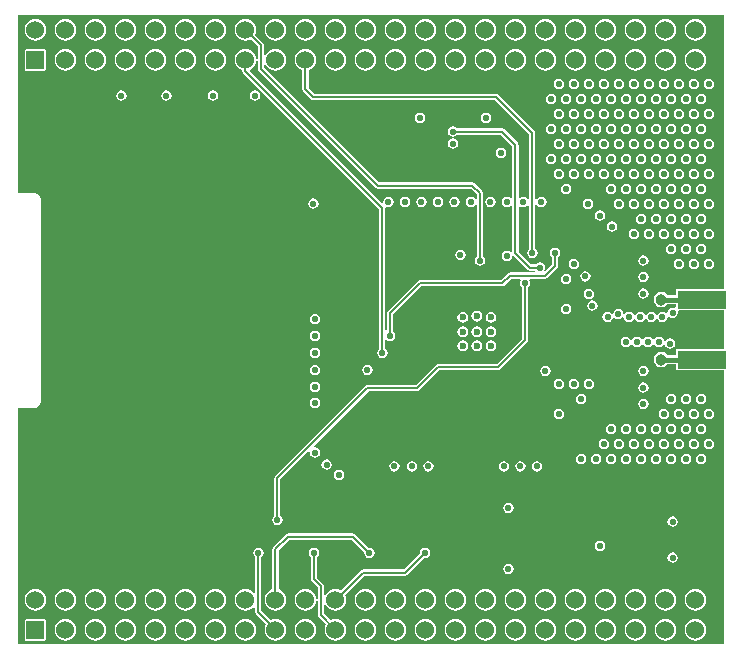
<source format=gbl>
G04 Layer_Physical_Order=4*
G04 Layer_Color=16711680*
%FSLAX25Y25*%
%MOIN*%
G70*
G01*
G75*
%ADD16R,0.15984X0.05984*%
%ADD29C,0.00800*%
%ADD32C,0.01799*%
%ADD35C,0.06000*%
%ADD36R,0.06000X0.06000*%
%ADD37C,0.02200*%
%ADD38C,0.03800*%
%ADD39C,0.02362*%
G36*
X308878Y123142D02*
X293508D01*
X293049Y122951D01*
X292858Y122492D01*
Y121029D01*
X289985D01*
X289802Y121302D01*
X288976Y121855D01*
X288000Y122049D01*
X287024Y121855D01*
X286198Y121302D01*
X285645Y120475D01*
X285451Y119500D01*
X285645Y118525D01*
X286198Y117698D01*
X287024Y117145D01*
X288000Y116951D01*
X288976Y117145D01*
X289802Y117698D01*
X289985Y117971D01*
X292858D01*
Y117000D01*
X292682Y116862D01*
X292358Y116692D01*
X291780Y116807D01*
X291117Y116675D01*
X290555Y116300D01*
X290179Y115737D01*
X290052Y115099D01*
X289960Y115043D01*
X289634Y114929D01*
X289569Y114914D01*
X289015Y115285D01*
X288352Y115417D01*
X287689Y115285D01*
X287126Y114909D01*
X286760Y114361D01*
X286672Y114347D01*
X286332D01*
X286244Y114361D01*
X285878Y114909D01*
X285315Y115285D01*
X284652Y115417D01*
X283989Y115285D01*
X283426Y114909D01*
X283060Y114361D01*
X282972Y114347D01*
X282632D01*
X282544Y114361D01*
X282178Y114909D01*
X281615Y115285D01*
X280952Y115417D01*
X280289Y115285D01*
X279726Y114909D01*
X279360Y114361D01*
X279272Y114347D01*
X278932D01*
X278844Y114361D01*
X278478Y114909D01*
X277915Y115285D01*
X277252Y115417D01*
X276589Y115285D01*
X276026Y114909D01*
X275897Y114715D01*
X275373Y114830D01*
X275279Y115302D01*
X274903Y115864D01*
X274341Y116240D01*
X273677Y116372D01*
X273014Y116240D01*
X272452Y115864D01*
X272076Y115302D01*
X271980Y114819D01*
X271462Y114694D01*
X271335Y114884D01*
X270773Y115260D01*
X270110Y115392D01*
X269446Y115260D01*
X268884Y114884D01*
X268508Y114321D01*
X268376Y113658D01*
X268508Y112995D01*
X268884Y112433D01*
X269446Y112057D01*
X270110Y111925D01*
X270773Y112057D01*
X271335Y112433D01*
X271711Y112995D01*
X271807Y113478D01*
X272325Y113603D01*
X272452Y113413D01*
X273014Y113037D01*
X273677Y112905D01*
X274341Y113037D01*
X274903Y113413D01*
X275032Y113607D01*
X275557Y113491D01*
X275651Y113020D01*
X276026Y112458D01*
X276589Y112082D01*
X277252Y111950D01*
X277915Y112082D01*
X278478Y112458D01*
X278844Y113005D01*
X278932Y113020D01*
X279272D01*
X279360Y113005D01*
X279726Y112458D01*
X280289Y112082D01*
X280952Y111950D01*
X281615Y112082D01*
X282178Y112458D01*
X282544Y113005D01*
X282632Y113020D01*
X282972D01*
X283060Y113005D01*
X283426Y112458D01*
X283989Y112082D01*
X284652Y111950D01*
X285315Y112082D01*
X285878Y112458D01*
X286244Y113005D01*
X286332Y113020D01*
X286672D01*
X286760Y113005D01*
X287126Y112458D01*
X287689Y112082D01*
X288352Y111950D01*
X289015Y112082D01*
X289578Y112458D01*
X289953Y113020D01*
X290080Y113659D01*
X290173Y113714D01*
X290499Y113829D01*
X290563Y113843D01*
X291117Y113473D01*
X291780Y113341D01*
X292444Y113473D01*
X293006Y113848D01*
X293382Y114411D01*
X293514Y115074D01*
X293453Y115381D01*
X293857Y115858D01*
X308878D01*
Y103142D01*
X293508D01*
X293049Y102951D01*
X292858Y102492D01*
Y101029D01*
X289985D01*
X289802Y101302D01*
X288976Y101855D01*
X288000Y102049D01*
X287024Y101855D01*
X286198Y101302D01*
X285645Y100476D01*
X285451Y99500D01*
X285645Y98524D01*
X286198Y97698D01*
X287024Y97145D01*
X288000Y96951D01*
X288976Y97145D01*
X289802Y97698D01*
X289985Y97971D01*
X292858D01*
Y96508D01*
X293049Y96049D01*
X293508Y95858D01*
X308878D01*
Y92000D01*
Y4591D01*
X73457D01*
Y83409D01*
X78740D01*
X79411Y83498D01*
X80036Y83756D01*
X80572Y84168D01*
X80984Y84705D01*
X81243Y85330D01*
X81331Y86000D01*
Y152441D01*
X81243Y153112D01*
X80984Y153736D01*
X80572Y154273D01*
X80036Y154685D01*
X79411Y154943D01*
X78740Y155032D01*
X73457D01*
Y214323D01*
X308878D01*
Y123142D01*
D02*
G37*
%LPC*%
G36*
X282000Y97390D02*
X281337Y97258D01*
X280774Y96882D01*
X280399Y96320D01*
X280267Y95657D01*
X280399Y94994D01*
X280774Y94431D01*
X281337Y94055D01*
X282000Y93924D01*
X282663Y94055D01*
X283226Y94431D01*
X283601Y94994D01*
X283733Y95657D01*
X283601Y96320D01*
X283226Y96882D01*
X282663Y97258D01*
X282000Y97390D01*
D02*
G37*
G36*
X249343D02*
X248680Y97258D01*
X248117Y96882D01*
X247742Y96320D01*
X247610Y95657D01*
X247742Y94994D01*
X248117Y94431D01*
X248680Y94055D01*
X249343Y93924D01*
X250006Y94055D01*
X250569Y94431D01*
X250944Y94994D01*
X251076Y95657D01*
X250944Y96320D01*
X250569Y96882D01*
X250006Y97258D01*
X249343Y97390D01*
D02*
G37*
G36*
X190000Y97733D02*
X189337Y97601D01*
X188774Y97226D01*
X188399Y96663D01*
X188267Y96000D01*
X188399Y95337D01*
X188774Y94774D01*
X189337Y94399D01*
X190000Y94267D01*
X190663Y94399D01*
X191226Y94774D01*
X191601Y95337D01*
X191733Y96000D01*
X191601Y96663D01*
X191226Y97226D01*
X190663Y97601D01*
X190000Y97733D01*
D02*
G37*
G36*
X172500Y97670D02*
X171837Y97538D01*
X171274Y97163D01*
X170899Y96600D01*
X170767Y95937D01*
X170899Y95274D01*
X171274Y94711D01*
X171837Y94336D01*
X172500Y94204D01*
X173163Y94336D01*
X173726Y94711D01*
X174101Y95274D01*
X174233Y95937D01*
X174101Y96600D01*
X173726Y97163D01*
X173163Y97538D01*
X172500Y97670D01*
D02*
G37*
G36*
X253799Y93032D02*
X253136Y92901D01*
X252574Y92525D01*
X252198Y91962D01*
X252066Y91299D01*
X252198Y90636D01*
X252574Y90074D01*
X253136Y89698D01*
X253799Y89566D01*
X254463Y89698D01*
X255025Y90074D01*
X255401Y90636D01*
X255533Y91299D01*
X255401Y91962D01*
X255025Y92525D01*
X254463Y92901D01*
X253799Y93032D01*
D02*
G37*
G36*
X172500Y92170D02*
X171837Y92038D01*
X171274Y91663D01*
X170899Y91100D01*
X170767Y90437D01*
X170899Y89774D01*
X171274Y89211D01*
X171837Y88836D01*
X172500Y88704D01*
X173163Y88836D01*
X173726Y89211D01*
X174101Y89774D01*
X174233Y90437D01*
X174101Y91100D01*
X173726Y91663D01*
X173163Y92038D01*
X172500Y92170D01*
D02*
G37*
G36*
X263799Y93032D02*
X263136Y92901D01*
X262574Y92525D01*
X262198Y91962D01*
X262066Y91299D01*
X262198Y90636D01*
X262574Y90074D01*
X263136Y89698D01*
X263799Y89566D01*
X264462Y89698D01*
X265025Y90074D01*
X265401Y90636D01*
X265532Y91299D01*
X265401Y91962D01*
X265025Y92525D01*
X264462Y92901D01*
X263799Y93032D01*
D02*
G37*
G36*
X258799D02*
X258136Y92901D01*
X257574Y92525D01*
X257198Y91962D01*
X257066Y91299D01*
X257198Y90636D01*
X257574Y90074D01*
X258136Y89698D01*
X258799Y89566D01*
X259462Y89698D01*
X260025Y90074D01*
X260401Y90636D01*
X260532Y91299D01*
X260401Y91962D01*
X260025Y92525D01*
X259462Y92901D01*
X258799Y93032D01*
D02*
G37*
G36*
X172500Y103354D02*
X171837Y103221D01*
X171274Y102846D01*
X170899Y102284D01*
X170767Y101620D01*
X170899Y100957D01*
X171274Y100395D01*
X171837Y100019D01*
X172500Y99887D01*
X173163Y100019D01*
X173726Y100395D01*
X174101Y100957D01*
X174233Y101620D01*
X174101Y102284D01*
X173726Y102846D01*
X173163Y103221D01*
X172500Y103354D01*
D02*
G37*
G36*
X287247Y107137D02*
X286584Y107005D01*
X286021Y106629D01*
X285655Y106081D01*
X285567Y106067D01*
X285227D01*
X285139Y106081D01*
X284772Y106629D01*
X284210Y107005D01*
X283547Y107137D01*
X282884Y107005D01*
X282321Y106629D01*
X281955Y106081D01*
X281867Y106067D01*
X281527D01*
X281439Y106081D01*
X281072Y106629D01*
X280510Y107005D01*
X279847Y107137D01*
X279184Y107005D01*
X278621Y106629D01*
X278255Y106081D01*
X278167Y106067D01*
X277827D01*
X277739Y106081D01*
X277373Y106629D01*
X276810Y107005D01*
X276147Y107137D01*
X275484Y107005D01*
X274921Y106629D01*
X274546Y106067D01*
X274414Y105403D01*
X274546Y104740D01*
X274921Y104178D01*
X275484Y103802D01*
X276147Y103670D01*
X276810Y103802D01*
X277373Y104178D01*
X277739Y104726D01*
X277827Y104740D01*
X278167D01*
X278255Y104726D01*
X278621Y104178D01*
X279184Y103802D01*
X279847Y103670D01*
X280510Y103802D01*
X281072Y104178D01*
X281439Y104726D01*
X281527Y104740D01*
X281867D01*
X281955Y104726D01*
X282321Y104178D01*
X282884Y103802D01*
X283547Y103670D01*
X284210Y103802D01*
X284772Y104178D01*
X285139Y104726D01*
X285227Y104740D01*
X285567D01*
X285655Y104726D01*
X286021Y104178D01*
X286584Y103802D01*
X287247Y103670D01*
X287910Y103802D01*
X288473Y104178D01*
X288712Y104536D01*
X289243Y104431D01*
X289298Y104151D01*
X289674Y103589D01*
X290236Y103213D01*
X290900Y103081D01*
X291563Y103213D01*
X292125Y103589D01*
X292501Y104151D01*
X292633Y104815D01*
X292501Y105478D01*
X292125Y106040D01*
X291563Y106416D01*
X290900Y106548D01*
X290236Y106416D01*
X289674Y106040D01*
X289435Y105682D01*
X288904Y105787D01*
X288848Y106067D01*
X288473Y106629D01*
X287910Y107005D01*
X287247Y107137D01*
D02*
G37*
G36*
X172500Y109170D02*
X171837Y109038D01*
X171274Y108663D01*
X170899Y108100D01*
X170767Y107437D01*
X170899Y106774D01*
X171274Y106211D01*
X171837Y105836D01*
X172500Y105704D01*
X173163Y105836D01*
X173726Y106211D01*
X174101Y106774D01*
X174233Y107437D01*
X174101Y108100D01*
X173726Y108663D01*
X173163Y109038D01*
X172500Y109170D01*
D02*
G37*
G36*
X231224Y110619D02*
X230529Y110481D01*
X229940Y110087D01*
X229547Y109498D01*
X229408Y108803D01*
X229547Y108108D01*
X229940Y107519D01*
X230529Y107125D01*
X231224Y106987D01*
X231919Y107125D01*
X232508Y107519D01*
X232902Y108108D01*
X233040Y108803D01*
X232902Y109498D01*
X232508Y110087D01*
X231919Y110481D01*
X231224Y110619D01*
D02*
G37*
G36*
X221776D02*
X221081Y110481D01*
X220492Y110087D01*
X220098Y109498D01*
X219960Y108803D01*
X220098Y108108D01*
X220492Y107519D01*
X221081Y107125D01*
X221776Y106987D01*
X222470Y107125D01*
X223060Y107519D01*
X223453Y108108D01*
X223592Y108803D01*
X223453Y109498D01*
X223060Y110087D01*
X222470Y110481D01*
X221776Y110619D01*
D02*
G37*
G36*
X226500Y105895D02*
X225805Y105756D01*
X225216Y105363D01*
X224822Y104774D01*
X224684Y104079D01*
X224822Y103384D01*
X225216Y102795D01*
X225805Y102401D01*
X226500Y102263D01*
X227195Y102401D01*
X227784Y102795D01*
X228178Y103384D01*
X228316Y104079D01*
X228178Y104774D01*
X227784Y105363D01*
X227195Y105756D01*
X226500Y105895D01*
D02*
G37*
G36*
Y110619D02*
X225805Y110481D01*
X225216Y110087D01*
X224822Y109498D01*
X224684Y108803D01*
X224822Y108108D01*
X225216Y107519D01*
X225805Y107125D01*
X226500Y106987D01*
X227195Y107125D01*
X227784Y107519D01*
X228178Y108108D01*
X228316Y108803D01*
X228178Y109498D01*
X227784Y110087D01*
X227195Y110481D01*
X226500Y110619D01*
D02*
G37*
G36*
X231224Y105895D02*
X230529Y105756D01*
X229940Y105363D01*
X229547Y104774D01*
X229408Y104079D01*
X229547Y103384D01*
X229940Y102795D01*
X230529Y102401D01*
X231224Y102263D01*
X231919Y102401D01*
X232508Y102795D01*
X232902Y103384D01*
X233040Y104079D01*
X232902Y104774D01*
X232508Y105363D01*
X231919Y105756D01*
X231224Y105895D01*
D02*
G37*
G36*
X221776D02*
X221081Y105756D01*
X220492Y105363D01*
X220098Y104774D01*
X219960Y104079D01*
X220098Y103384D01*
X220492Y102795D01*
X221081Y102401D01*
X221776Y102263D01*
X222470Y102401D01*
X223060Y102795D01*
X223453Y103384D01*
X223592Y104079D01*
X223453Y104774D01*
X223060Y105363D01*
X222470Y105756D01*
X221776Y105895D01*
D02*
G37*
G36*
X282000Y91890D02*
X281337Y91758D01*
X280774Y91382D01*
X280399Y90820D01*
X280267Y90157D01*
X280399Y89494D01*
X280774Y88931D01*
X281337Y88556D01*
X282000Y88424D01*
X282663Y88556D01*
X283226Y88931D01*
X283601Y89494D01*
X283733Y90157D01*
X283601Y90820D01*
X283226Y91382D01*
X282663Y91758D01*
X282000Y91890D01*
D02*
G37*
G36*
X301299Y78032D02*
X300636Y77901D01*
X300074Y77525D01*
X299698Y76963D01*
X299566Y76299D01*
X299698Y75636D01*
X300074Y75074D01*
X300636Y74698D01*
X301299Y74566D01*
X301962Y74698D01*
X302525Y75074D01*
X302901Y75636D01*
X303032Y76299D01*
X302901Y76963D01*
X302525Y77525D01*
X301962Y77901D01*
X301299Y78032D01*
D02*
G37*
G36*
X296299D02*
X295636Y77901D01*
X295074Y77525D01*
X294698Y76963D01*
X294566Y76299D01*
X294698Y75636D01*
X295074Y75074D01*
X295636Y74698D01*
X296299Y74566D01*
X296962Y74698D01*
X297525Y75074D01*
X297901Y75636D01*
X298032Y76299D01*
X297901Y76963D01*
X297525Y77525D01*
X296962Y77901D01*
X296299Y78032D01*
D02*
G37*
G36*
X288799Y83033D02*
X288136Y82901D01*
X287574Y82525D01*
X287198Y81963D01*
X287066Y81299D01*
X287198Y80636D01*
X287574Y80074D01*
X288136Y79698D01*
X288799Y79566D01*
X289462Y79698D01*
X290025Y80074D01*
X290401Y80636D01*
X290532Y81299D01*
X290401Y81963D01*
X290025Y82525D01*
X289462Y82901D01*
X288799Y83033D01*
D02*
G37*
G36*
X253799D02*
X253136Y82901D01*
X252574Y82525D01*
X252198Y81963D01*
X252066Y81299D01*
X252198Y80636D01*
X252574Y80074D01*
X253136Y79698D01*
X253799Y79566D01*
X254463Y79698D01*
X255025Y80074D01*
X255401Y80636D01*
X255533Y81299D01*
X255401Y81963D01*
X255025Y82525D01*
X254463Y82901D01*
X253799Y83033D01*
D02*
G37*
G36*
X291299Y78032D02*
X290636Y77901D01*
X290074Y77525D01*
X289698Y76963D01*
X289566Y76299D01*
X289698Y75636D01*
X290074Y75074D01*
X290636Y74698D01*
X291299Y74566D01*
X291963Y74698D01*
X292525Y75074D01*
X292901Y75636D01*
X293033Y76299D01*
X292901Y76963D01*
X292525Y77525D01*
X291963Y77901D01*
X291299Y78032D01*
D02*
G37*
G36*
X276299D02*
X275636Y77901D01*
X275074Y77525D01*
X274698Y76963D01*
X274566Y76299D01*
X274698Y75636D01*
X275074Y75074D01*
X275636Y74698D01*
X276299Y74566D01*
X276962Y74698D01*
X277525Y75074D01*
X277901Y75636D01*
X278032Y76299D01*
X277901Y76963D01*
X277525Y77525D01*
X276962Y77901D01*
X276299Y78032D01*
D02*
G37*
G36*
X271299D02*
X270636Y77901D01*
X270074Y77525D01*
X269698Y76963D01*
X269566Y76299D01*
X269698Y75636D01*
X270074Y75074D01*
X270636Y74698D01*
X271299Y74566D01*
X271962Y74698D01*
X272525Y75074D01*
X272901Y75636D01*
X273032Y76299D01*
X272901Y76963D01*
X272525Y77525D01*
X271962Y77901D01*
X271299Y78032D01*
D02*
G37*
G36*
X286299D02*
X285636Y77901D01*
X285074Y77525D01*
X284698Y76963D01*
X284566Y76299D01*
X284698Y75636D01*
X285074Y75074D01*
X285636Y74698D01*
X286299Y74566D01*
X286963Y74698D01*
X287525Y75074D01*
X287901Y75636D01*
X288033Y76299D01*
X287901Y76963D01*
X287525Y77525D01*
X286963Y77901D01*
X286299Y78032D01*
D02*
G37*
G36*
X281299D02*
X280636Y77901D01*
X280074Y77525D01*
X279698Y76963D01*
X279566Y76299D01*
X279698Y75636D01*
X280074Y75074D01*
X280636Y74698D01*
X281299Y74566D01*
X281962Y74698D01*
X282525Y75074D01*
X282901Y75636D01*
X283032Y76299D01*
X282901Y76963D01*
X282525Y77525D01*
X281962Y77901D01*
X281299Y78032D01*
D02*
G37*
G36*
X291299Y88033D02*
X290636Y87901D01*
X290074Y87525D01*
X289698Y86962D01*
X289566Y86299D01*
X289698Y85636D01*
X290074Y85074D01*
X290636Y84698D01*
X291299Y84566D01*
X291963Y84698D01*
X292525Y85074D01*
X292901Y85636D01*
X293033Y86299D01*
X292901Y86962D01*
X292525Y87525D01*
X291963Y87901D01*
X291299Y88033D01*
D02*
G37*
G36*
X261299D02*
X260636Y87901D01*
X260074Y87525D01*
X259698Y86962D01*
X259566Y86299D01*
X259698Y85636D01*
X260074Y85074D01*
X260636Y84698D01*
X261299Y84566D01*
X261963Y84698D01*
X262525Y85074D01*
X262901Y85636D01*
X263033Y86299D01*
X262901Y86962D01*
X262525Y87525D01*
X261963Y87901D01*
X261299Y88033D01*
D02*
G37*
G36*
X301299D02*
X300636Y87901D01*
X300074Y87525D01*
X299698Y86962D01*
X299566Y86299D01*
X299698Y85636D01*
X300074Y85074D01*
X300636Y84698D01*
X301299Y84566D01*
X301962Y84698D01*
X302525Y85074D01*
X302901Y85636D01*
X303032Y86299D01*
X302901Y86962D01*
X302525Y87525D01*
X301962Y87901D01*
X301299Y88033D01*
D02*
G37*
G36*
X296299D02*
X295636Y87901D01*
X295074Y87525D01*
X294698Y86962D01*
X294566Y86299D01*
X294698Y85636D01*
X295074Y85074D01*
X295636Y84698D01*
X296299Y84566D01*
X296962Y84698D01*
X297525Y85074D01*
X297901Y85636D01*
X298032Y86299D01*
X297901Y86962D01*
X297525Y87525D01*
X296962Y87901D01*
X296299Y88033D01*
D02*
G37*
G36*
X172500Y86733D02*
X171837Y86601D01*
X171274Y86226D01*
X170899Y85663D01*
X170767Y85000D01*
X170899Y84337D01*
X171274Y83774D01*
X171837Y83399D01*
X172500Y83267D01*
X173163Y83399D01*
X173726Y83774D01*
X174101Y84337D01*
X174233Y85000D01*
X174101Y85663D01*
X173726Y86226D01*
X173163Y86601D01*
X172500Y86733D01*
D02*
G37*
G36*
X298799Y83033D02*
X298136Y82901D01*
X297574Y82525D01*
X297198Y81963D01*
X297066Y81299D01*
X297198Y80636D01*
X297574Y80074D01*
X298136Y79698D01*
X298799Y79566D01*
X299463Y79698D01*
X300025Y80074D01*
X300401Y80636D01*
X300533Y81299D01*
X300401Y81963D01*
X300025Y82525D01*
X299463Y82901D01*
X298799Y83033D01*
D02*
G37*
G36*
X293799D02*
X293136Y82901D01*
X292574Y82525D01*
X292198Y81963D01*
X292066Y81299D01*
X292198Y80636D01*
X292574Y80074D01*
X293136Y79698D01*
X293799Y79566D01*
X294462Y79698D01*
X295025Y80074D01*
X295401Y80636D01*
X295532Y81299D01*
X295401Y81963D01*
X295025Y82525D01*
X294462Y82901D01*
X293799Y83033D01*
D02*
G37*
G36*
X282000Y86390D02*
X281337Y86258D01*
X280774Y85883D01*
X280399Y85320D01*
X280267Y84657D01*
X280399Y83994D01*
X280774Y83431D01*
X281337Y83056D01*
X282000Y82924D01*
X282663Y83056D01*
X283226Y83431D01*
X283601Y83994D01*
X283733Y84657D01*
X283601Y85320D01*
X283226Y85883D01*
X282663Y86258D01*
X282000Y86390D01*
D02*
G37*
G36*
X303799Y83033D02*
X303136Y82901D01*
X302574Y82525D01*
X302198Y81963D01*
X302066Y81299D01*
X302198Y80636D01*
X302574Y80074D01*
X303136Y79698D01*
X303799Y79566D01*
X304463Y79698D01*
X305025Y80074D01*
X305401Y80636D01*
X305533Y81299D01*
X305401Y81963D01*
X305025Y82525D01*
X304463Y82901D01*
X303799Y83033D01*
D02*
G37*
G36*
X298799Y143033D02*
X298136Y142901D01*
X297574Y142525D01*
X297198Y141963D01*
X297066Y141299D01*
X297198Y140636D01*
X297574Y140074D01*
X298136Y139698D01*
X298799Y139566D01*
X299463Y139698D01*
X300025Y140074D01*
X300401Y140636D01*
X300533Y141299D01*
X300401Y141963D01*
X300025Y142525D01*
X299463Y142901D01*
X298799Y143033D01*
D02*
G37*
G36*
X293799D02*
X293136Y142901D01*
X292574Y142525D01*
X292198Y141963D01*
X292066Y141299D01*
X292198Y140636D01*
X292574Y140074D01*
X293136Y139698D01*
X293799Y139566D01*
X294462Y139698D01*
X295025Y140074D01*
X295401Y140636D01*
X295532Y141299D01*
X295401Y141963D01*
X295025Y142525D01*
X294462Y142901D01*
X293799Y143033D01*
D02*
G37*
G36*
X271500Y145555D02*
X270837Y145423D01*
X270274Y145047D01*
X269899Y144485D01*
X269767Y143822D01*
X269899Y143159D01*
X270274Y142596D01*
X270837Y142220D01*
X271500Y142089D01*
X272163Y142220D01*
X272726Y142596D01*
X273101Y143159D01*
X273233Y143822D01*
X273101Y144485D01*
X272726Y145047D01*
X272163Y145423D01*
X271500Y145555D01*
D02*
G37*
G36*
X303799Y143033D02*
X303136Y142901D01*
X302574Y142525D01*
X302198Y141963D01*
X302066Y141299D01*
X302198Y140636D01*
X302574Y140074D01*
X303136Y139698D01*
X303799Y139566D01*
X304463Y139698D01*
X305025Y140074D01*
X305401Y140636D01*
X305533Y141299D01*
X305401Y141963D01*
X305025Y142525D01*
X304463Y142901D01*
X303799Y143033D01*
D02*
G37*
G36*
X288799D02*
X288136Y142901D01*
X287574Y142525D01*
X287198Y141963D01*
X287066Y141299D01*
X287198Y140636D01*
X287574Y140074D01*
X288136Y139698D01*
X288799Y139566D01*
X289462Y139698D01*
X290025Y140074D01*
X290401Y140636D01*
X290532Y141299D01*
X290401Y141963D01*
X290025Y142525D01*
X289462Y142901D01*
X288799Y143033D01*
D02*
G37*
G36*
X301299Y138032D02*
X300636Y137901D01*
X300074Y137525D01*
X299698Y136962D01*
X299566Y136299D01*
X299698Y135636D01*
X300074Y135074D01*
X300636Y134698D01*
X301299Y134566D01*
X301962Y134698D01*
X302525Y135074D01*
X302901Y135636D01*
X303032Y136299D01*
X302901Y136962D01*
X302525Y137525D01*
X301962Y137901D01*
X301299Y138032D01*
D02*
G37*
G36*
X296299D02*
X295636Y137901D01*
X295074Y137525D01*
X294698Y136962D01*
X294566Y136299D01*
X294698Y135636D01*
X295074Y135074D01*
X295636Y134698D01*
X296299Y134566D01*
X296962Y134698D01*
X297525Y135074D01*
X297901Y135636D01*
X298032Y136299D01*
X297901Y136962D01*
X297525Y137525D01*
X296962Y137901D01*
X296299Y138032D01*
D02*
G37*
G36*
X283799Y143033D02*
X283136Y142901D01*
X282574Y142525D01*
X282198Y141963D01*
X282066Y141299D01*
X282198Y140636D01*
X282574Y140074D01*
X283136Y139698D01*
X283799Y139566D01*
X284462Y139698D01*
X285025Y140074D01*
X285401Y140636D01*
X285532Y141299D01*
X285401Y141963D01*
X285025Y142525D01*
X284462Y142901D01*
X283799Y143033D01*
D02*
G37*
G36*
X278799D02*
X278136Y142901D01*
X277574Y142525D01*
X277198Y141963D01*
X277066Y141299D01*
X277198Y140636D01*
X277574Y140074D01*
X278136Y139698D01*
X278799Y139566D01*
X279463Y139698D01*
X280025Y140074D01*
X280401Y140636D01*
X280533Y141299D01*
X280401Y141963D01*
X280025Y142525D01*
X279463Y142901D01*
X278799Y143033D01*
D02*
G37*
G36*
X273799Y153033D02*
X273136Y152901D01*
X272574Y152525D01*
X272198Y151962D01*
X272066Y151299D01*
X272198Y150636D01*
X272574Y150074D01*
X273136Y149698D01*
X273799Y149566D01*
X274463Y149698D01*
X275025Y150074D01*
X275401Y150636D01*
X275533Y151299D01*
X275401Y151962D01*
X275025Y152525D01*
X274463Y152901D01*
X273799Y153033D01*
D02*
G37*
G36*
X267500Y149233D02*
X266837Y149101D01*
X266274Y148726D01*
X265899Y148163D01*
X265767Y147500D01*
X265899Y146837D01*
X266274Y146274D01*
X266837Y145899D01*
X267500Y145767D01*
X268163Y145899D01*
X268726Y146274D01*
X269101Y146837D01*
X269233Y147500D01*
X269101Y148163D01*
X268726Y148726D01*
X268163Y149101D01*
X267500Y149233D01*
D02*
G37*
G36*
X283799Y153033D02*
X283136Y152901D01*
X282574Y152525D01*
X282198Y151962D01*
X282066Y151299D01*
X282198Y150636D01*
X282574Y150074D01*
X283136Y149698D01*
X283799Y149566D01*
X284462Y149698D01*
X285025Y150074D01*
X285401Y150636D01*
X285532Y151299D01*
X285401Y151962D01*
X285025Y152525D01*
X284462Y152901D01*
X283799Y153033D01*
D02*
G37*
G36*
X278799D02*
X278136Y152901D01*
X277574Y152525D01*
X277198Y151962D01*
X277066Y151299D01*
X277198Y150636D01*
X277574Y150074D01*
X278136Y149698D01*
X278799Y149566D01*
X279463Y149698D01*
X280025Y150074D01*
X280401Y150636D01*
X280533Y151299D01*
X280401Y151962D01*
X280025Y152525D01*
X279463Y152901D01*
X278799Y153033D01*
D02*
G37*
G36*
X301299Y148032D02*
X300636Y147901D01*
X300074Y147525D01*
X299698Y146962D01*
X299566Y146299D01*
X299698Y145636D01*
X300074Y145074D01*
X300636Y144698D01*
X301299Y144566D01*
X301962Y144698D01*
X302525Y145074D01*
X302901Y145636D01*
X303032Y146299D01*
X302901Y146962D01*
X302525Y147525D01*
X301962Y147901D01*
X301299Y148032D01*
D02*
G37*
G36*
X286299D02*
X285636Y147901D01*
X285074Y147525D01*
X284698Y146962D01*
X284566Y146299D01*
X284698Y145636D01*
X285074Y145074D01*
X285636Y144698D01*
X286299Y144566D01*
X286963Y144698D01*
X287525Y145074D01*
X287901Y145636D01*
X288033Y146299D01*
X287901Y146962D01*
X287525Y147525D01*
X286963Y147901D01*
X286299Y148032D01*
D02*
G37*
G36*
X281299D02*
X280636Y147901D01*
X280074Y147525D01*
X279698Y146962D01*
X279566Y146299D01*
X279698Y145636D01*
X280074Y145074D01*
X280636Y144698D01*
X281299Y144566D01*
X281962Y144698D01*
X282525Y145074D01*
X282901Y145636D01*
X283032Y146299D01*
X282901Y146962D01*
X282525Y147525D01*
X281962Y147901D01*
X281299Y148032D01*
D02*
G37*
G36*
X296299D02*
X295636Y147901D01*
X295074Y147525D01*
X294698Y146962D01*
X294566Y146299D01*
X294698Y145636D01*
X295074Y145074D01*
X295636Y144698D01*
X296299Y144566D01*
X296962Y144698D01*
X297525Y145074D01*
X297901Y145636D01*
X298032Y146299D01*
X297901Y146962D01*
X297525Y147525D01*
X296962Y147901D01*
X296299Y148032D01*
D02*
G37*
G36*
X291299D02*
X290636Y147901D01*
X290074Y147525D01*
X289698Y146962D01*
X289566Y146299D01*
X289698Y145636D01*
X290074Y145074D01*
X290636Y144698D01*
X291299Y144566D01*
X291963Y144698D01*
X292525Y145074D01*
X292901Y145636D01*
X293033Y146299D01*
X292901Y146962D01*
X292525Y147525D01*
X291963Y147901D01*
X291299Y148032D01*
D02*
G37*
G36*
X263799Y123032D02*
X263136Y122901D01*
X262574Y122525D01*
X262198Y121962D01*
X262066Y121299D01*
X262198Y120636D01*
X262574Y120074D01*
X263136Y119698D01*
X263799Y119566D01*
X264462Y119698D01*
X265025Y120074D01*
X265401Y120636D01*
X265532Y121299D01*
X265401Y121962D01*
X265025Y122525D01*
X264462Y122901D01*
X263799Y123032D01*
D02*
G37*
G36*
X265000Y119233D02*
X264337Y119101D01*
X263774Y118726D01*
X263399Y118163D01*
X263267Y117500D01*
X263399Y116837D01*
X263774Y116274D01*
X264337Y115899D01*
X265000Y115767D01*
X265663Y115899D01*
X266226Y116274D01*
X266601Y116837D01*
X266733Y117500D01*
X266601Y118163D01*
X266226Y118726D01*
X265663Y119101D01*
X265000Y119233D01*
D02*
G37*
G36*
X256299Y128033D02*
X255636Y127901D01*
X255074Y127525D01*
X254698Y126962D01*
X254566Y126299D01*
X254698Y125636D01*
X255074Y125074D01*
X255636Y124698D01*
X256299Y124566D01*
X256962Y124698D01*
X257525Y125074D01*
X257901Y125636D01*
X258032Y126299D01*
X257901Y126962D01*
X257525Y127525D01*
X256962Y127901D01*
X256299Y128033D01*
D02*
G37*
G36*
X282000Y123233D02*
X281337Y123101D01*
X280774Y122726D01*
X280399Y122163D01*
X280267Y121500D01*
X280399Y120837D01*
X280774Y120274D01*
X281337Y119899D01*
X282000Y119767D01*
X282663Y119899D01*
X283226Y120274D01*
X283601Y120837D01*
X283733Y121500D01*
X283601Y122163D01*
X283226Y122726D01*
X282663Y123101D01*
X282000Y123233D01*
D02*
G37*
G36*
X256299Y118033D02*
X255636Y117901D01*
X255074Y117525D01*
X254698Y116963D01*
X254566Y116299D01*
X254698Y115636D01*
X255074Y115074D01*
X255636Y114698D01*
X256299Y114566D01*
X256962Y114698D01*
X257525Y115074D01*
X257901Y115636D01*
X258032Y116299D01*
X257901Y116963D01*
X257525Y117525D01*
X256962Y117901D01*
X256299Y118033D01*
D02*
G37*
G36*
X221776Y115344D02*
X221081Y115205D01*
X220492Y114812D01*
X220098Y114223D01*
X219960Y113528D01*
X220098Y112833D01*
X220492Y112243D01*
X221081Y111850D01*
X221776Y111712D01*
X222470Y111850D01*
X223060Y112243D01*
X223453Y112833D01*
X223592Y113528D01*
X223453Y114223D01*
X223060Y114812D01*
X222470Y115205D01*
X221776Y115344D01*
D02*
G37*
G36*
X172500Y114670D02*
X171837Y114538D01*
X171274Y114163D01*
X170899Y113600D01*
X170767Y112937D01*
X170899Y112274D01*
X171274Y111711D01*
X171837Y111336D01*
X172500Y111204D01*
X173163Y111336D01*
X173726Y111711D01*
X174101Y112274D01*
X174233Y112937D01*
X174101Y113600D01*
X173726Y114163D01*
X173163Y114538D01*
X172500Y114670D01*
D02*
G37*
G36*
X226500Y115737D02*
X225805Y115599D01*
X225216Y115205D01*
X224822Y114616D01*
X224684Y113921D01*
X224822Y113226D01*
X225216Y112637D01*
X225805Y112243D01*
X226500Y112105D01*
X227195Y112243D01*
X227784Y112637D01*
X228178Y113226D01*
X228316Y113921D01*
X228178Y114616D01*
X227784Y115205D01*
X227195Y115599D01*
X226500Y115737D01*
D02*
G37*
G36*
X231224Y115344D02*
X230529Y115205D01*
X229940Y114812D01*
X229547Y114223D01*
X229408Y113528D01*
X229547Y112833D01*
X229940Y112243D01*
X230529Y111850D01*
X231224Y111712D01*
X231919Y111850D01*
X232508Y112243D01*
X232902Y112833D01*
X233040Y113528D01*
X232902Y114223D01*
X232508Y114812D01*
X231919Y115205D01*
X231224Y115344D01*
D02*
G37*
G36*
X282000Y134233D02*
X281337Y134101D01*
X280774Y133726D01*
X280399Y133163D01*
X280267Y132500D01*
X280399Y131837D01*
X280774Y131274D01*
X281337Y130899D01*
X282000Y130767D01*
X282663Y130899D01*
X283226Y131274D01*
X283601Y131837D01*
X283733Y132500D01*
X283601Y133163D01*
X283226Y133726D01*
X282663Y134101D01*
X282000Y134233D01*
D02*
G37*
G36*
X303799Y133033D02*
X303136Y132901D01*
X302574Y132525D01*
X302198Y131963D01*
X302066Y131299D01*
X302198Y130636D01*
X302574Y130074D01*
X303136Y129698D01*
X303799Y129566D01*
X304463Y129698D01*
X305025Y130074D01*
X305401Y130636D01*
X305533Y131299D01*
X305401Y131963D01*
X305025Y132525D01*
X304463Y132901D01*
X303799Y133033D01*
D02*
G37*
G36*
X291299Y138032D02*
X290636Y137901D01*
X290074Y137525D01*
X289698Y136962D01*
X289566Y136299D01*
X289698Y135636D01*
X290074Y135074D01*
X290636Y134698D01*
X291299Y134566D01*
X291963Y134698D01*
X292525Y135074D01*
X292901Y135636D01*
X293033Y136299D01*
X292901Y136962D01*
X292525Y137525D01*
X291963Y137901D01*
X291299Y138032D01*
D02*
G37*
G36*
X220988Y136146D02*
X220325Y136014D01*
X219763Y135638D01*
X219387Y135076D01*
X219255Y134413D01*
X219387Y133749D01*
X219763Y133187D01*
X220325Y132811D01*
X220988Y132679D01*
X221652Y132811D01*
X222214Y133187D01*
X222590Y133749D01*
X222722Y134413D01*
X222590Y135076D01*
X222214Y135638D01*
X221652Y136014D01*
X220988Y136146D01*
D02*
G37*
G36*
X298799Y133033D02*
X298136Y132901D01*
X297574Y132525D01*
X297198Y131963D01*
X297066Y131299D01*
X297198Y130636D01*
X297574Y130074D01*
X298136Y129698D01*
X298799Y129566D01*
X299463Y129698D01*
X300025Y130074D01*
X300401Y130636D01*
X300533Y131299D01*
X300401Y131963D01*
X300025Y132525D01*
X299463Y132901D01*
X298799Y133033D01*
D02*
G37*
G36*
X262659Y128918D02*
X261995Y128786D01*
X261433Y128410D01*
X261057Y127848D01*
X260925Y127185D01*
X261057Y126522D01*
X261433Y125959D01*
X261995Y125584D01*
X262659Y125452D01*
X263322Y125584D01*
X263884Y125959D01*
X264260Y126522D01*
X264392Y127185D01*
X264260Y127848D01*
X263884Y128410D01*
X263322Y128786D01*
X262659Y128918D01*
D02*
G37*
G36*
X282000Y128733D02*
X281337Y128601D01*
X280774Y128226D01*
X280399Y127663D01*
X280267Y127000D01*
X280399Y126337D01*
X280774Y125774D01*
X281337Y125399D01*
X282000Y125267D01*
X282663Y125399D01*
X283226Y125774D01*
X283601Y126337D01*
X283733Y127000D01*
X283601Y127663D01*
X283226Y128226D01*
X282663Y128601D01*
X282000Y128733D01*
D02*
G37*
G36*
X293799Y133033D02*
X293136Y132901D01*
X292574Y132525D01*
X292198Y131963D01*
X292066Y131299D01*
X292198Y130636D01*
X292574Y130074D01*
X293136Y129698D01*
X293799Y129566D01*
X294462Y129698D01*
X295025Y130074D01*
X295401Y130636D01*
X295532Y131299D01*
X295401Y131963D01*
X295025Y132525D01*
X294462Y132901D01*
X293799Y133033D01*
D02*
G37*
G36*
X258799D02*
X258136Y132901D01*
X257574Y132525D01*
X257198Y131963D01*
X257066Y131299D01*
X257198Y130636D01*
X257574Y130074D01*
X258136Y129698D01*
X258799Y129566D01*
X259462Y129698D01*
X260025Y130074D01*
X260401Y130636D01*
X260532Y131299D01*
X260401Y131963D01*
X260025Y132525D01*
X259462Y132901D01*
X258799Y133033D01*
D02*
G37*
G36*
X109383Y23012D02*
X108443Y22888D01*
X107568Y22526D01*
X106816Y21949D01*
X106239Y21197D01*
X105876Y20321D01*
X105752Y19381D01*
X105876Y18441D01*
X106239Y17566D01*
X106816Y16814D01*
X107568Y16236D01*
X108443Y15874D01*
X109383Y15750D01*
X110323Y15874D01*
X111199Y16236D01*
X111951Y16814D01*
X112528Y17566D01*
X112891Y18441D01*
X113014Y19381D01*
X112891Y20321D01*
X112528Y21197D01*
X111951Y21949D01*
X111199Y22526D01*
X110323Y22888D01*
X109383Y23012D01*
D02*
G37*
G36*
X99383D02*
X98443Y22888D01*
X97568Y22526D01*
X96816Y21949D01*
X96239Y21197D01*
X95876Y20321D01*
X95752Y19381D01*
X95876Y18441D01*
X96239Y17566D01*
X96816Y16814D01*
X97568Y16236D01*
X98443Y15874D01*
X99383Y15750D01*
X100323Y15874D01*
X101199Y16236D01*
X101951Y16814D01*
X102528Y17566D01*
X102891Y18441D01*
X103014Y19381D01*
X102891Y20321D01*
X102528Y21197D01*
X101951Y21949D01*
X101199Y22526D01*
X100323Y22888D01*
X99383Y23012D01*
D02*
G37*
G36*
X129383D02*
X128443Y22888D01*
X127568Y22526D01*
X126816Y21949D01*
X126239Y21197D01*
X125876Y20321D01*
X125752Y19381D01*
X125876Y18441D01*
X126239Y17566D01*
X126816Y16814D01*
X127568Y16236D01*
X128443Y15874D01*
X129383Y15750D01*
X130323Y15874D01*
X131199Y16236D01*
X131951Y16814D01*
X132528Y17566D01*
X132890Y18441D01*
X133014Y19381D01*
X132890Y20321D01*
X132528Y21197D01*
X131951Y21949D01*
X131199Y22526D01*
X130323Y22888D01*
X129383Y23012D01*
D02*
G37*
G36*
X119383D02*
X118443Y22888D01*
X117568Y22526D01*
X116816Y21949D01*
X116239Y21197D01*
X115876Y20321D01*
X115752Y19381D01*
X115876Y18441D01*
X116239Y17566D01*
X116816Y16814D01*
X117568Y16236D01*
X118443Y15874D01*
X119383Y15750D01*
X120323Y15874D01*
X121199Y16236D01*
X121951Y16814D01*
X122528Y17566D01*
X122890Y18441D01*
X123014Y19381D01*
X122890Y20321D01*
X122528Y21197D01*
X121951Y21949D01*
X121199Y22526D01*
X120323Y22888D01*
X119383Y23012D01*
D02*
G37*
G36*
X89383D02*
X88443Y22888D01*
X87568Y22526D01*
X86816Y21949D01*
X86239Y21197D01*
X85876Y20321D01*
X85752Y19381D01*
X85876Y18441D01*
X86239Y17566D01*
X86816Y16814D01*
X87568Y16236D01*
X88443Y15874D01*
X89383Y15750D01*
X90323Y15874D01*
X91199Y16236D01*
X91951Y16814D01*
X92528Y17566D01*
X92891Y18441D01*
X93014Y19381D01*
X92891Y20321D01*
X92528Y21197D01*
X91951Y21949D01*
X91199Y22526D01*
X90323Y22888D01*
X89383Y23012D01*
D02*
G37*
G36*
X289383Y13012D02*
X288443Y12888D01*
X287568Y12526D01*
X286816Y11949D01*
X286239Y11197D01*
X285876Y10321D01*
X285752Y9381D01*
X285876Y8441D01*
X286239Y7565D01*
X286816Y6814D01*
X287568Y6236D01*
X288443Y5874D01*
X289383Y5750D01*
X290323Y5874D01*
X291199Y6236D01*
X291951Y6814D01*
X292528Y7565D01*
X292891Y8441D01*
X293014Y9381D01*
X292891Y10321D01*
X292528Y11197D01*
X291951Y11949D01*
X291199Y12526D01*
X290323Y12888D01*
X289383Y13012D01*
D02*
G37*
G36*
X279383D02*
X278443Y12888D01*
X277568Y12526D01*
X276816Y11949D01*
X276239Y11197D01*
X275876Y10321D01*
X275752Y9381D01*
X275876Y8441D01*
X276239Y7565D01*
X276816Y6814D01*
X277568Y6236D01*
X278443Y5874D01*
X279383Y5750D01*
X280323Y5874D01*
X281199Y6236D01*
X281951Y6814D01*
X282528Y7565D01*
X282891Y8441D01*
X283014Y9381D01*
X282891Y10321D01*
X282528Y11197D01*
X281951Y11949D01*
X281199Y12526D01*
X280323Y12888D01*
X279383Y13012D01*
D02*
G37*
G36*
X79383Y23012D02*
X78443Y22888D01*
X77568Y22526D01*
X76816Y21949D01*
X76239Y21197D01*
X75876Y20321D01*
X75752Y19381D01*
X75876Y18441D01*
X76239Y17566D01*
X76816Y16814D01*
X77568Y16236D01*
X78443Y15874D01*
X79383Y15750D01*
X80323Y15874D01*
X81199Y16236D01*
X81951Y16814D01*
X82528Y17566D01*
X82890Y18441D01*
X83014Y19381D01*
X82890Y20321D01*
X82528Y21197D01*
X81951Y21949D01*
X81199Y22526D01*
X80323Y22888D01*
X79383Y23012D01*
D02*
G37*
G36*
X299383Y13012D02*
X298443Y12888D01*
X297568Y12526D01*
X296816Y11949D01*
X296239Y11197D01*
X295876Y10321D01*
X295752Y9381D01*
X295876Y8441D01*
X296239Y7565D01*
X296816Y6814D01*
X297568Y6236D01*
X298443Y5874D01*
X299383Y5750D01*
X300323Y5874D01*
X301199Y6236D01*
X301951Y6814D01*
X302528Y7565D01*
X302890Y8441D01*
X303014Y9381D01*
X302890Y10321D01*
X302528Y11197D01*
X301951Y11949D01*
X301199Y12526D01*
X300323Y12888D01*
X299383Y13012D01*
D02*
G37*
G36*
X239383Y23012D02*
X238443Y22888D01*
X237568Y22526D01*
X236816Y21949D01*
X236239Y21197D01*
X235876Y20321D01*
X235752Y19381D01*
X235876Y18441D01*
X236239Y17566D01*
X236816Y16814D01*
X237568Y16236D01*
X238443Y15874D01*
X239383Y15750D01*
X240323Y15874D01*
X241199Y16236D01*
X241951Y16814D01*
X242528Y17566D01*
X242891Y18441D01*
X243014Y19381D01*
X242891Y20321D01*
X242528Y21197D01*
X241951Y21949D01*
X241199Y22526D01*
X240323Y22888D01*
X239383Y23012D01*
D02*
G37*
G36*
X229383D02*
X228443Y22888D01*
X227568Y22526D01*
X226816Y21949D01*
X226239Y21197D01*
X225876Y20321D01*
X225752Y19381D01*
X225876Y18441D01*
X226239Y17566D01*
X226816Y16814D01*
X227568Y16236D01*
X228443Y15874D01*
X229383Y15750D01*
X230323Y15874D01*
X231199Y16236D01*
X231951Y16814D01*
X232528Y17566D01*
X232891Y18441D01*
X233014Y19381D01*
X232891Y20321D01*
X232528Y21197D01*
X231951Y21949D01*
X231199Y22526D01*
X230323Y22888D01*
X229383Y23012D01*
D02*
G37*
G36*
X259383D02*
X258443Y22888D01*
X257568Y22526D01*
X256816Y21949D01*
X256239Y21197D01*
X255876Y20321D01*
X255752Y19381D01*
X255876Y18441D01*
X256239Y17566D01*
X256816Y16814D01*
X257568Y16236D01*
X258443Y15874D01*
X259383Y15750D01*
X260323Y15874D01*
X261199Y16236D01*
X261951Y16814D01*
X262528Y17566D01*
X262891Y18441D01*
X263014Y19381D01*
X262891Y20321D01*
X262528Y21197D01*
X261951Y21949D01*
X261199Y22526D01*
X260323Y22888D01*
X259383Y23012D01*
D02*
G37*
G36*
X249383D02*
X248443Y22888D01*
X247568Y22526D01*
X246816Y21949D01*
X246239Y21197D01*
X245876Y20321D01*
X245752Y19381D01*
X245876Y18441D01*
X246239Y17566D01*
X246816Y16814D01*
X247568Y16236D01*
X248443Y15874D01*
X249383Y15750D01*
X250323Y15874D01*
X251199Y16236D01*
X251951Y16814D01*
X252528Y17566D01*
X252890Y18441D01*
X253014Y19381D01*
X252890Y20321D01*
X252528Y21197D01*
X251951Y21949D01*
X251199Y22526D01*
X250323Y22888D01*
X249383Y23012D01*
D02*
G37*
G36*
X219383D02*
X218443Y22888D01*
X217568Y22526D01*
X216816Y21949D01*
X216239Y21197D01*
X215876Y20321D01*
X215752Y19381D01*
X215876Y18441D01*
X216239Y17566D01*
X216816Y16814D01*
X217568Y16236D01*
X218443Y15874D01*
X219383Y15750D01*
X220323Y15874D01*
X221199Y16236D01*
X221951Y16814D01*
X222528Y17566D01*
X222890Y18441D01*
X223014Y19381D01*
X222890Y20321D01*
X222528Y21197D01*
X221951Y21949D01*
X221199Y22526D01*
X220323Y22888D01*
X219383Y23012D01*
D02*
G37*
G36*
X189383D02*
X188443Y22888D01*
X187568Y22526D01*
X186816Y21949D01*
X186239Y21197D01*
X185876Y20321D01*
X185752Y19381D01*
X185876Y18441D01*
X186239Y17566D01*
X186816Y16814D01*
X187568Y16236D01*
X188443Y15874D01*
X189383Y15750D01*
X190323Y15874D01*
X191199Y16236D01*
X191951Y16814D01*
X192528Y17566D01*
X192891Y18441D01*
X193014Y19381D01*
X192891Y20321D01*
X192528Y21197D01*
X191951Y21949D01*
X191199Y22526D01*
X190323Y22888D01*
X189383Y23012D01*
D02*
G37*
G36*
X139383D02*
X138443Y22888D01*
X137568Y22526D01*
X136816Y21949D01*
X136239Y21197D01*
X135876Y20321D01*
X135752Y19381D01*
X135876Y18441D01*
X136239Y17566D01*
X136816Y16814D01*
X137568Y16236D01*
X138443Y15874D01*
X139383Y15750D01*
X140323Y15874D01*
X141199Y16236D01*
X141951Y16814D01*
X142528Y17566D01*
X142891Y18441D01*
X143014Y19381D01*
X142891Y20321D01*
X142528Y21197D01*
X141951Y21949D01*
X141199Y22526D01*
X140323Y22888D01*
X139383Y23012D01*
D02*
G37*
G36*
X209383D02*
X208443Y22888D01*
X207568Y22526D01*
X206816Y21949D01*
X206239Y21197D01*
X205876Y20321D01*
X205752Y19381D01*
X205876Y18441D01*
X206239Y17566D01*
X206816Y16814D01*
X207568Y16236D01*
X208443Y15874D01*
X209383Y15750D01*
X210323Y15874D01*
X211199Y16236D01*
X211951Y16814D01*
X212528Y17566D01*
X212891Y18441D01*
X213014Y19381D01*
X212891Y20321D01*
X212528Y21197D01*
X211951Y21949D01*
X211199Y22526D01*
X210323Y22888D01*
X209383Y23012D01*
D02*
G37*
G36*
X199383D02*
X198443Y22888D01*
X197568Y22526D01*
X196816Y21949D01*
X196239Y21197D01*
X195876Y20321D01*
X195752Y19381D01*
X195876Y18441D01*
X196239Y17566D01*
X196816Y16814D01*
X197568Y16236D01*
X198443Y15874D01*
X199383Y15750D01*
X200323Y15874D01*
X201199Y16236D01*
X201951Y16814D01*
X202528Y17566D01*
X202890Y18441D01*
X203014Y19381D01*
X202890Y20321D01*
X202528Y21197D01*
X201951Y21949D01*
X201199Y22526D01*
X200323Y22888D01*
X199383Y23012D01*
D02*
G37*
G36*
X139383Y13012D02*
X138443Y12888D01*
X137568Y12526D01*
X136816Y11949D01*
X136239Y11197D01*
X135876Y10321D01*
X135752Y9381D01*
X135876Y8441D01*
X136239Y7565D01*
X136816Y6814D01*
X137568Y6236D01*
X138443Y5874D01*
X139383Y5750D01*
X140323Y5874D01*
X141199Y6236D01*
X141951Y6814D01*
X142528Y7565D01*
X142891Y8441D01*
X143014Y9381D01*
X142891Y10321D01*
X142528Y11197D01*
X141951Y11949D01*
X141199Y12526D01*
X140323Y12888D01*
X139383Y13012D01*
D02*
G37*
G36*
X129383D02*
X128443Y12888D01*
X127568Y12526D01*
X126816Y11949D01*
X126239Y11197D01*
X125876Y10321D01*
X125752Y9381D01*
X125876Y8441D01*
X126239Y7565D01*
X126816Y6814D01*
X127568Y6236D01*
X128443Y5874D01*
X129383Y5750D01*
X130323Y5874D01*
X131199Y6236D01*
X131951Y6814D01*
X132528Y7565D01*
X132890Y8441D01*
X133014Y9381D01*
X132890Y10321D01*
X132528Y11197D01*
X131951Y11949D01*
X131199Y12526D01*
X130323Y12888D01*
X129383Y13012D01*
D02*
G37*
G36*
X169383D02*
X168443Y12888D01*
X167568Y12526D01*
X166816Y11949D01*
X166239Y11197D01*
X165876Y10321D01*
X165752Y9381D01*
X165876Y8441D01*
X166239Y7565D01*
X166816Y6814D01*
X167568Y6236D01*
X168443Y5874D01*
X169383Y5750D01*
X170323Y5874D01*
X171199Y6236D01*
X171951Y6814D01*
X172528Y7565D01*
X172890Y8441D01*
X173014Y9381D01*
X172890Y10321D01*
X172528Y11197D01*
X171951Y11949D01*
X171199Y12526D01*
X170323Y12888D01*
X169383Y13012D01*
D02*
G37*
G36*
X149383D02*
X148443Y12888D01*
X147568Y12526D01*
X146816Y11949D01*
X146239Y11197D01*
X145876Y10321D01*
X145752Y9381D01*
X145876Y8441D01*
X146239Y7565D01*
X146816Y6814D01*
X147568Y6236D01*
X148443Y5874D01*
X149383Y5750D01*
X150323Y5874D01*
X151199Y6236D01*
X151951Y6814D01*
X152528Y7565D01*
X152891Y8441D01*
X153014Y9381D01*
X152891Y10321D01*
X152528Y11197D01*
X151951Y11949D01*
X151199Y12526D01*
X150323Y12888D01*
X149383Y13012D01*
D02*
G37*
G36*
X119383D02*
X118443Y12888D01*
X117568Y12526D01*
X116816Y11949D01*
X116239Y11197D01*
X115876Y10321D01*
X115752Y9381D01*
X115876Y8441D01*
X116239Y7565D01*
X116816Y6814D01*
X117568Y6236D01*
X118443Y5874D01*
X119383Y5750D01*
X120323Y5874D01*
X121199Y6236D01*
X121951Y6814D01*
X122528Y7565D01*
X122890Y8441D01*
X123014Y9381D01*
X122890Y10321D01*
X122528Y11197D01*
X121951Y11949D01*
X121199Y12526D01*
X120323Y12888D01*
X119383Y13012D01*
D02*
G37*
G36*
X89383D02*
X88443Y12888D01*
X87568Y12526D01*
X86816Y11949D01*
X86239Y11197D01*
X85876Y10321D01*
X85752Y9381D01*
X85876Y8441D01*
X86239Y7565D01*
X86816Y6814D01*
X87568Y6236D01*
X88443Y5874D01*
X89383Y5750D01*
X90323Y5874D01*
X91199Y6236D01*
X91951Y6814D01*
X92528Y7565D01*
X92891Y8441D01*
X93014Y9381D01*
X92891Y10321D01*
X92528Y11197D01*
X91951Y11949D01*
X91199Y12526D01*
X90323Y12888D01*
X89383Y13012D01*
D02*
G37*
G36*
X82383Y13031D02*
X76383D01*
X75924Y12840D01*
X75734Y12381D01*
Y6381D01*
X75924Y5922D01*
X76383Y5732D01*
X82383D01*
X82842Y5922D01*
X83033Y6381D01*
Y12381D01*
X82842Y12840D01*
X82383Y13031D01*
D02*
G37*
G36*
X109383Y13012D02*
X108443Y12888D01*
X107568Y12526D01*
X106816Y11949D01*
X106239Y11197D01*
X105876Y10321D01*
X105752Y9381D01*
X105876Y8441D01*
X106239Y7565D01*
X106816Y6814D01*
X107568Y6236D01*
X108443Y5874D01*
X109383Y5750D01*
X110323Y5874D01*
X111199Y6236D01*
X111951Y6814D01*
X112528Y7565D01*
X112891Y8441D01*
X113014Y9381D01*
X112891Y10321D01*
X112528Y11197D01*
X111951Y11949D01*
X111199Y12526D01*
X110323Y12888D01*
X109383Y13012D01*
D02*
G37*
G36*
X99383D02*
X98443Y12888D01*
X97568Y12526D01*
X96816Y11949D01*
X96239Y11197D01*
X95876Y10321D01*
X95752Y9381D01*
X95876Y8441D01*
X96239Y7565D01*
X96816Y6814D01*
X97568Y6236D01*
X98443Y5874D01*
X99383Y5750D01*
X100323Y5874D01*
X101199Y6236D01*
X101951Y6814D01*
X102528Y7565D01*
X102891Y8441D01*
X103014Y9381D01*
X102891Y10321D01*
X102528Y11197D01*
X101951Y11949D01*
X101199Y12526D01*
X100323Y12888D01*
X99383Y13012D01*
D02*
G37*
G36*
X249383D02*
X248443Y12888D01*
X247568Y12526D01*
X246816Y11949D01*
X246239Y11197D01*
X245876Y10321D01*
X245752Y9381D01*
X245876Y8441D01*
X246239Y7565D01*
X246816Y6814D01*
X247568Y6236D01*
X248443Y5874D01*
X249383Y5750D01*
X250323Y5874D01*
X251199Y6236D01*
X251951Y6814D01*
X252528Y7565D01*
X252890Y8441D01*
X253014Y9381D01*
X252890Y10321D01*
X252528Y11197D01*
X251951Y11949D01*
X251199Y12526D01*
X250323Y12888D01*
X249383Y13012D01*
D02*
G37*
G36*
X239383D02*
X238443Y12888D01*
X237568Y12526D01*
X236816Y11949D01*
X236239Y11197D01*
X235876Y10321D01*
X235752Y9381D01*
X235876Y8441D01*
X236239Y7565D01*
X236816Y6814D01*
X237568Y6236D01*
X238443Y5874D01*
X239383Y5750D01*
X240323Y5874D01*
X241199Y6236D01*
X241951Y6814D01*
X242528Y7565D01*
X242891Y8441D01*
X243014Y9381D01*
X242891Y10321D01*
X242528Y11197D01*
X241951Y11949D01*
X241199Y12526D01*
X240323Y12888D01*
X239383Y13012D01*
D02*
G37*
G36*
X269383D02*
X268443Y12888D01*
X267568Y12526D01*
X266816Y11949D01*
X266239Y11197D01*
X265876Y10321D01*
X265752Y9381D01*
X265876Y8441D01*
X266239Y7565D01*
X266816Y6814D01*
X267568Y6236D01*
X268443Y5874D01*
X269383Y5750D01*
X270323Y5874D01*
X271199Y6236D01*
X271951Y6814D01*
X272528Y7565D01*
X272890Y8441D01*
X273014Y9381D01*
X272890Y10321D01*
X272528Y11197D01*
X271951Y11949D01*
X271199Y12526D01*
X270323Y12888D01*
X269383Y13012D01*
D02*
G37*
G36*
X259383D02*
X258443Y12888D01*
X257568Y12526D01*
X256816Y11949D01*
X256239Y11197D01*
X255876Y10321D01*
X255752Y9381D01*
X255876Y8441D01*
X256239Y7565D01*
X256816Y6814D01*
X257568Y6236D01*
X258443Y5874D01*
X259383Y5750D01*
X260323Y5874D01*
X261199Y6236D01*
X261951Y6814D01*
X262528Y7565D01*
X262891Y8441D01*
X263014Y9381D01*
X262891Y10321D01*
X262528Y11197D01*
X261951Y11949D01*
X261199Y12526D01*
X260323Y12888D01*
X259383Y13012D01*
D02*
G37*
G36*
X229383D02*
X228443Y12888D01*
X227568Y12526D01*
X226816Y11949D01*
X226239Y11197D01*
X225876Y10321D01*
X225752Y9381D01*
X225876Y8441D01*
X226239Y7565D01*
X226816Y6814D01*
X227568Y6236D01*
X228443Y5874D01*
X229383Y5750D01*
X230323Y5874D01*
X231199Y6236D01*
X231951Y6814D01*
X232528Y7565D01*
X232891Y8441D01*
X233014Y9381D01*
X232891Y10321D01*
X232528Y11197D01*
X231951Y11949D01*
X231199Y12526D01*
X230323Y12888D01*
X229383Y13012D01*
D02*
G37*
G36*
X199383D02*
X198443Y12888D01*
X197568Y12526D01*
X196816Y11949D01*
X196239Y11197D01*
X195876Y10321D01*
X195752Y9381D01*
X195876Y8441D01*
X196239Y7565D01*
X196816Y6814D01*
X197568Y6236D01*
X198443Y5874D01*
X199383Y5750D01*
X200323Y5874D01*
X201199Y6236D01*
X201951Y6814D01*
X202528Y7565D01*
X202890Y8441D01*
X203014Y9381D01*
X202890Y10321D01*
X202528Y11197D01*
X201951Y11949D01*
X201199Y12526D01*
X200323Y12888D01*
X199383Y13012D01*
D02*
G37*
G36*
X189383D02*
X188443Y12888D01*
X187568Y12526D01*
X186816Y11949D01*
X186239Y11197D01*
X185876Y10321D01*
X185752Y9381D01*
X185876Y8441D01*
X186239Y7565D01*
X186816Y6814D01*
X187568Y6236D01*
X188443Y5874D01*
X189383Y5750D01*
X190323Y5874D01*
X191199Y6236D01*
X191951Y6814D01*
X192528Y7565D01*
X192891Y8441D01*
X193014Y9381D01*
X192891Y10321D01*
X192528Y11197D01*
X191951Y11949D01*
X191199Y12526D01*
X190323Y12888D01*
X189383Y13012D01*
D02*
G37*
G36*
X219383D02*
X218443Y12888D01*
X217568Y12526D01*
X216816Y11949D01*
X216239Y11197D01*
X215876Y10321D01*
X215752Y9381D01*
X215876Y8441D01*
X216239Y7565D01*
X216816Y6814D01*
X217568Y6236D01*
X218443Y5874D01*
X219383Y5750D01*
X220323Y5874D01*
X221199Y6236D01*
X221951Y6814D01*
X222528Y7565D01*
X222890Y8441D01*
X223014Y9381D01*
X222890Y10321D01*
X222528Y11197D01*
X221951Y11949D01*
X221199Y12526D01*
X220323Y12888D01*
X219383Y13012D01*
D02*
G37*
G36*
X209383D02*
X208443Y12888D01*
X207568Y12526D01*
X206816Y11949D01*
X206239Y11197D01*
X205876Y10321D01*
X205752Y9381D01*
X205876Y8441D01*
X206239Y7565D01*
X206816Y6814D01*
X207568Y6236D01*
X208443Y5874D01*
X209383Y5750D01*
X210323Y5874D01*
X211199Y6236D01*
X211951Y6814D01*
X212528Y7565D01*
X212891Y8441D01*
X213014Y9381D01*
X212891Y10321D01*
X212528Y11197D01*
X211951Y11949D01*
X211199Y12526D01*
X210323Y12888D01*
X209383Y13012D01*
D02*
G37*
G36*
X269383Y23012D02*
X268443Y22888D01*
X267568Y22526D01*
X266816Y21949D01*
X266239Y21197D01*
X265876Y20321D01*
X265752Y19381D01*
X265876Y18441D01*
X266239Y17566D01*
X266816Y16814D01*
X267568Y16236D01*
X268443Y15874D01*
X269383Y15750D01*
X270323Y15874D01*
X271199Y16236D01*
X271951Y16814D01*
X272528Y17566D01*
X272890Y18441D01*
X273014Y19381D01*
X272890Y20321D01*
X272528Y21197D01*
X271951Y21949D01*
X271199Y22526D01*
X270323Y22888D01*
X269383Y23012D01*
D02*
G37*
G36*
X286299Y68032D02*
X285636Y67901D01*
X285074Y67525D01*
X284698Y66962D01*
X284566Y66299D01*
X284698Y65636D01*
X285074Y65074D01*
X285636Y64698D01*
X286299Y64566D01*
X286963Y64698D01*
X287525Y65074D01*
X287901Y65636D01*
X288033Y66299D01*
X287901Y66962D01*
X287525Y67525D01*
X286963Y67901D01*
X286299Y68032D01*
D02*
G37*
G36*
X281299D02*
X280636Y67901D01*
X280074Y67525D01*
X279698Y66962D01*
X279566Y66299D01*
X279698Y65636D01*
X280074Y65074D01*
X280636Y64698D01*
X281299Y64566D01*
X281962Y64698D01*
X282525Y65074D01*
X282901Y65636D01*
X283032Y66299D01*
X282901Y66962D01*
X282525Y67525D01*
X281962Y67901D01*
X281299Y68032D01*
D02*
G37*
G36*
X296299D02*
X295636Y67901D01*
X295074Y67525D01*
X294698Y66962D01*
X294566Y66299D01*
X294698Y65636D01*
X295074Y65074D01*
X295636Y64698D01*
X296299Y64566D01*
X296962Y64698D01*
X297525Y65074D01*
X297901Y65636D01*
X298032Y66299D01*
X297901Y66962D01*
X297525Y67525D01*
X296962Y67901D01*
X296299Y68032D01*
D02*
G37*
G36*
X291299D02*
X290636Y67901D01*
X290074Y67525D01*
X289698Y66962D01*
X289566Y66299D01*
X289698Y65636D01*
X290074Y65074D01*
X290636Y64698D01*
X291299Y64566D01*
X291963Y64698D01*
X292525Y65074D01*
X292901Y65636D01*
X293033Y66299D01*
X292901Y66962D01*
X292525Y67525D01*
X291963Y67901D01*
X291299Y68032D01*
D02*
G37*
G36*
X276299D02*
X275636Y67901D01*
X275074Y67525D01*
X274698Y66962D01*
X274566Y66299D01*
X274698Y65636D01*
X275074Y65074D01*
X275636Y64698D01*
X276299Y64566D01*
X276962Y64698D01*
X277525Y65074D01*
X277901Y65636D01*
X278032Y66299D01*
X277901Y66962D01*
X277525Y67525D01*
X276962Y67901D01*
X276299Y68032D01*
D02*
G37*
G36*
X261299D02*
X260636Y67901D01*
X260074Y67525D01*
X259698Y66962D01*
X259566Y66299D01*
X259698Y65636D01*
X260074Y65074D01*
X260636Y64698D01*
X261299Y64566D01*
X261963Y64698D01*
X262525Y65074D01*
X262901Y65636D01*
X263033Y66299D01*
X262901Y66962D01*
X262525Y67525D01*
X261963Y67901D01*
X261299Y68032D01*
D02*
G37*
G36*
X176420Y66233D02*
X175757Y66101D01*
X175195Y65726D01*
X174819Y65163D01*
X174687Y64500D01*
X174819Y63837D01*
X175195Y63274D01*
X175757Y62899D01*
X176420Y62767D01*
X177083Y62899D01*
X177646Y63274D01*
X178022Y63837D01*
X178153Y64500D01*
X178022Y65163D01*
X177646Y65726D01*
X177083Y66101D01*
X176420Y66233D01*
D02*
G37*
G36*
X271299Y68032D02*
X270636Y67901D01*
X270074Y67525D01*
X269698Y66962D01*
X269566Y66299D01*
X269698Y65636D01*
X270074Y65074D01*
X270636Y64698D01*
X271299Y64566D01*
X271962Y64698D01*
X272525Y65074D01*
X272901Y65636D01*
X273032Y66299D01*
X272901Y66962D01*
X272525Y67525D01*
X271962Y67901D01*
X271299Y68032D01*
D02*
G37*
G36*
X266299D02*
X265636Y67901D01*
X265074Y67525D01*
X264698Y66962D01*
X264566Y66299D01*
X264698Y65636D01*
X265074Y65074D01*
X265636Y64698D01*
X266299Y64566D01*
X266963Y64698D01*
X267525Y65074D01*
X267901Y65636D01*
X268033Y66299D01*
X267901Y66962D01*
X267525Y67525D01*
X266963Y67901D01*
X266299Y68032D01*
D02*
G37*
G36*
X293799Y73032D02*
X293136Y72901D01*
X292574Y72525D01*
X292198Y71962D01*
X292066Y71299D01*
X292198Y70636D01*
X292574Y70074D01*
X293136Y69698D01*
X293799Y69566D01*
X294462Y69698D01*
X295025Y70074D01*
X295401Y70636D01*
X295532Y71299D01*
X295401Y71962D01*
X295025Y72525D01*
X294462Y72901D01*
X293799Y73032D01*
D02*
G37*
G36*
X288799D02*
X288136Y72901D01*
X287574Y72525D01*
X287198Y71962D01*
X287066Y71299D01*
X287198Y70636D01*
X287574Y70074D01*
X288136Y69698D01*
X288799Y69566D01*
X289462Y69698D01*
X290025Y70074D01*
X290401Y70636D01*
X290532Y71299D01*
X290401Y71962D01*
X290025Y72525D01*
X289462Y72901D01*
X288799Y73032D01*
D02*
G37*
G36*
X303799D02*
X303136Y72901D01*
X302574Y72525D01*
X302198Y71962D01*
X302066Y71299D01*
X302198Y70636D01*
X302574Y70074D01*
X303136Y69698D01*
X303799Y69566D01*
X304463Y69698D01*
X305025Y70074D01*
X305401Y70636D01*
X305533Y71299D01*
X305401Y71962D01*
X305025Y72525D01*
X304463Y72901D01*
X303799Y73032D01*
D02*
G37*
G36*
X298799D02*
X298136Y72901D01*
X297574Y72525D01*
X297198Y71962D01*
X297066Y71299D01*
X297198Y70636D01*
X297574Y70074D01*
X298136Y69698D01*
X298799Y69566D01*
X299463Y69698D01*
X300025Y70074D01*
X300401Y70636D01*
X300533Y71299D01*
X300401Y71962D01*
X300025Y72525D01*
X299463Y72901D01*
X298799Y73032D01*
D02*
G37*
G36*
X283799D02*
X283136Y72901D01*
X282574Y72525D01*
X282198Y71962D01*
X282066Y71299D01*
X282198Y70636D01*
X282574Y70074D01*
X283136Y69698D01*
X283799Y69566D01*
X284462Y69698D01*
X285025Y70074D01*
X285401Y70636D01*
X285532Y71299D01*
X285401Y71962D01*
X285025Y72525D01*
X284462Y72901D01*
X283799Y73032D01*
D02*
G37*
G36*
X268799D02*
X268136Y72901D01*
X267574Y72525D01*
X267198Y71962D01*
X267066Y71299D01*
X267198Y70636D01*
X267574Y70074D01*
X268136Y69698D01*
X268799Y69566D01*
X269462Y69698D01*
X270025Y70074D01*
X270401Y70636D01*
X270532Y71299D01*
X270401Y71962D01*
X270025Y72525D01*
X269462Y72901D01*
X268799Y73032D01*
D02*
G37*
G36*
X301299Y68032D02*
X300636Y67901D01*
X300074Y67525D01*
X299698Y66962D01*
X299566Y66299D01*
X299698Y65636D01*
X300074Y65074D01*
X300636Y64698D01*
X301299Y64566D01*
X301962Y64698D01*
X302525Y65074D01*
X302901Y65636D01*
X303032Y66299D01*
X302901Y66962D01*
X302525Y67525D01*
X301962Y67901D01*
X301299Y68032D01*
D02*
G37*
G36*
X278799Y73032D02*
X278136Y72901D01*
X277574Y72525D01*
X277198Y71962D01*
X277066Y71299D01*
X277198Y70636D01*
X277574Y70074D01*
X278136Y69698D01*
X278799Y69566D01*
X279463Y69698D01*
X280025Y70074D01*
X280401Y70636D01*
X280533Y71299D01*
X280401Y71962D01*
X280025Y72525D01*
X279463Y72901D01*
X278799Y73032D01*
D02*
G37*
G36*
X273799D02*
X273136Y72901D01*
X272574Y72525D01*
X272198Y71962D01*
X272066Y71299D01*
X272198Y70636D01*
X272574Y70074D01*
X273136Y69698D01*
X273799Y69566D01*
X274463Y69698D01*
X275025Y70074D01*
X275401Y70636D01*
X275533Y71299D01*
X275401Y71962D01*
X275025Y72525D01*
X274463Y72901D01*
X273799Y73032D01*
D02*
G37*
G36*
X291780Y35233D02*
X291117Y35101D01*
X290555Y34726D01*
X290179Y34163D01*
X290047Y33500D01*
X290179Y32837D01*
X290555Y32274D01*
X291117Y31899D01*
X291780Y31767D01*
X292444Y31899D01*
X293006Y32274D01*
X293382Y32837D01*
X293514Y33500D01*
X293382Y34163D01*
X293006Y34726D01*
X292444Y35101D01*
X291780Y35233D01*
D02*
G37*
G36*
X237000Y31395D02*
X236337Y31263D01*
X235774Y30887D01*
X235399Y30325D01*
X235267Y29661D01*
X235399Y28998D01*
X235774Y28436D01*
X236337Y28060D01*
X237000Y27928D01*
X237663Y28060D01*
X238226Y28436D01*
X238601Y28998D01*
X238733Y29661D01*
X238601Y30325D01*
X238226Y30887D01*
X237663Y31263D01*
X237000Y31395D01*
D02*
G37*
G36*
X267521Y39072D02*
X266858Y38940D01*
X266296Y38564D01*
X265920Y38002D01*
X265788Y37339D01*
X265920Y36675D01*
X266296Y36113D01*
X266858Y35737D01*
X267521Y35605D01*
X268184Y35737D01*
X268747Y36113D01*
X269123Y36675D01*
X269254Y37339D01*
X269123Y38002D01*
X268747Y38564D01*
X268184Y38940D01*
X267521Y39072D01*
D02*
G37*
G36*
X185201Y41520D02*
X163500D01*
X163110Y41442D01*
X162779Y41221D01*
X158662Y37104D01*
X158441Y36773D01*
X158364Y36383D01*
Y22855D01*
X157568Y22526D01*
X156816Y21949D01*
X156239Y21197D01*
X155876Y20321D01*
X155752Y19381D01*
X155876Y18441D01*
X156239Y17566D01*
X156816Y16814D01*
X157568Y16236D01*
X158443Y15874D01*
X159383Y15750D01*
X160323Y15874D01*
X161199Y16236D01*
X161951Y16814D01*
X162528Y17566D01*
X162891Y18441D01*
X163014Y19381D01*
X162891Y20321D01*
X162528Y21197D01*
X161951Y21949D01*
X161199Y22526D01*
X160403Y22855D01*
Y35961D01*
X163922Y39480D01*
X184778D01*
X189016Y35243D01*
X188968Y35000D01*
X189099Y34337D01*
X189475Y33774D01*
X190038Y33399D01*
X190701Y33267D01*
X191364Y33399D01*
X191926Y33774D01*
X192302Y34337D01*
X192434Y35000D01*
X192302Y35663D01*
X191926Y36226D01*
X191364Y36601D01*
X190701Y36733D01*
X190458Y36685D01*
X185922Y41221D01*
X185591Y41442D01*
X185201Y41520D01*
D02*
G37*
G36*
X209201Y36733D02*
X208538Y36601D01*
X207975Y36226D01*
X207599Y35663D01*
X207468Y35000D01*
X207516Y34757D01*
X202278Y29520D01*
X188619D01*
X188229Y29442D01*
X187898Y29221D01*
X181201Y22524D01*
X181199Y22526D01*
X180323Y22888D01*
X179383Y23012D01*
X178443Y22888D01*
X177568Y22526D01*
X176816Y21949D01*
X176239Y21197D01*
X176020Y20668D01*
X175520Y20767D01*
Y24000D01*
X175442Y24390D01*
X175221Y24721D01*
X173220Y26722D01*
Y33637D01*
X173426Y33774D01*
X173802Y34337D01*
X173934Y35000D01*
X173802Y35663D01*
X173426Y36226D01*
X172864Y36601D01*
X172201Y36733D01*
X171537Y36601D01*
X170975Y36226D01*
X170599Y35663D01*
X170467Y35000D01*
X170599Y34337D01*
X170975Y33774D01*
X171181Y33637D01*
Y26299D01*
X171259Y25909D01*
X171480Y25578D01*
X173480Y23578D01*
Y19670D01*
X172980Y19638D01*
X172890Y20321D01*
X172528Y21197D01*
X171951Y21949D01*
X171199Y22526D01*
X170323Y22888D01*
X169383Y23012D01*
X168443Y22888D01*
X167568Y22526D01*
X166816Y21949D01*
X166239Y21197D01*
X165876Y20321D01*
X165752Y19381D01*
X165876Y18441D01*
X166239Y17566D01*
X166816Y16814D01*
X167568Y16236D01*
X168443Y15874D01*
X169383Y15750D01*
X170323Y15874D01*
X171199Y16236D01*
X171951Y16814D01*
X172528Y17566D01*
X172890Y18441D01*
X172980Y19124D01*
X173480Y19092D01*
Y14383D01*
X173558Y13993D01*
X173779Y13662D01*
X176241Y11200D01*
X176239Y11197D01*
X175876Y10321D01*
X175752Y9381D01*
X175876Y8441D01*
X176239Y7565D01*
X176816Y6814D01*
X177568Y6236D01*
X178443Y5874D01*
X179383Y5750D01*
X180323Y5874D01*
X181199Y6236D01*
X181951Y6814D01*
X182528Y7565D01*
X182890Y8441D01*
X183014Y9381D01*
X182890Y10321D01*
X182528Y11197D01*
X181951Y11949D01*
X181199Y12526D01*
X180323Y12888D01*
X179383Y13012D01*
X178443Y12888D01*
X177732Y12594D01*
X175520Y14806D01*
Y17995D01*
X176020Y18094D01*
X176239Y17566D01*
X176816Y16814D01*
X177568Y16236D01*
X178443Y15874D01*
X179383Y15750D01*
X180323Y15874D01*
X181199Y16236D01*
X181951Y16814D01*
X182528Y17566D01*
X182890Y18441D01*
X183014Y19381D01*
X182890Y20321D01*
X182595Y21034D01*
X189041Y27480D01*
X202701D01*
X203091Y27558D01*
X203422Y27779D01*
X208958Y33315D01*
X209201Y33267D01*
X209864Y33399D01*
X210426Y33774D01*
X210802Y34337D01*
X210934Y35000D01*
X210802Y35663D01*
X210426Y36226D01*
X209864Y36601D01*
X209201Y36733D01*
D02*
G37*
G36*
X289383Y23012D02*
X288443Y22888D01*
X287568Y22526D01*
X286816Y21949D01*
X286239Y21197D01*
X285876Y20321D01*
X285752Y19381D01*
X285876Y18441D01*
X286239Y17566D01*
X286816Y16814D01*
X287568Y16236D01*
X288443Y15874D01*
X289383Y15750D01*
X290323Y15874D01*
X291199Y16236D01*
X291951Y16814D01*
X292528Y17566D01*
X292891Y18441D01*
X293014Y19381D01*
X292891Y20321D01*
X292528Y21197D01*
X291951Y21949D01*
X291199Y22526D01*
X290323Y22888D01*
X289383Y23012D01*
D02*
G37*
G36*
X279383D02*
X278443Y22888D01*
X277568Y22526D01*
X276816Y21949D01*
X276239Y21197D01*
X275876Y20321D01*
X275752Y19381D01*
X275876Y18441D01*
X276239Y17566D01*
X276816Y16814D01*
X277568Y16236D01*
X278443Y15874D01*
X279383Y15750D01*
X280323Y15874D01*
X281199Y16236D01*
X281951Y16814D01*
X282528Y17566D01*
X282891Y18441D01*
X283014Y19381D01*
X282891Y20321D01*
X282528Y21197D01*
X281951Y21949D01*
X281199Y22526D01*
X280323Y22888D01*
X279383Y23012D01*
D02*
G37*
G36*
X153701Y36733D02*
X153038Y36601D01*
X152475Y36226D01*
X152099Y35663D01*
X151968Y35000D01*
X152099Y34337D01*
X152475Y33774D01*
X152681Y33637D01*
Y21818D01*
X152181Y21648D01*
X151951Y21949D01*
X151199Y22526D01*
X150323Y22888D01*
X149383Y23012D01*
X148443Y22888D01*
X147568Y22526D01*
X146816Y21949D01*
X146239Y21197D01*
X145876Y20321D01*
X145752Y19381D01*
X145876Y18441D01*
X146239Y17566D01*
X146816Y16814D01*
X147568Y16236D01*
X148443Y15874D01*
X149383Y15750D01*
X150323Y15874D01*
X151199Y16236D01*
X151951Y16814D01*
X152181Y17114D01*
X152681Y16944D01*
Y15180D01*
X152759Y14790D01*
X152980Y14459D01*
X156240Y11199D01*
X156239Y11197D01*
X155876Y10321D01*
X155752Y9381D01*
X155876Y8441D01*
X156239Y7565D01*
X156816Y6814D01*
X157568Y6236D01*
X158443Y5874D01*
X159383Y5750D01*
X160323Y5874D01*
X161199Y6236D01*
X161951Y6814D01*
X162528Y7565D01*
X162891Y8441D01*
X163014Y9381D01*
X162891Y10321D01*
X162528Y11197D01*
X161951Y11949D01*
X161199Y12526D01*
X160323Y12888D01*
X159383Y13012D01*
X158443Y12888D01*
X157730Y12593D01*
X154720Y15603D01*
Y33637D01*
X154926Y33774D01*
X155302Y34337D01*
X155434Y35000D01*
X155302Y35663D01*
X154926Y36226D01*
X154364Y36601D01*
X153701Y36733D01*
D02*
G37*
G36*
X299383Y23012D02*
X298443Y22888D01*
X297568Y22526D01*
X296816Y21949D01*
X296239Y21197D01*
X295876Y20321D01*
X295752Y19381D01*
X295876Y18441D01*
X296239Y17566D01*
X296816Y16814D01*
X297568Y16236D01*
X298443Y15874D01*
X299383Y15750D01*
X300323Y15874D01*
X301199Y16236D01*
X301951Y16814D01*
X302528Y17566D01*
X302890Y18441D01*
X303014Y19381D01*
X302890Y20321D01*
X302528Y21197D01*
X301951Y21949D01*
X301199Y22526D01*
X300323Y22888D01*
X299383Y23012D01*
D02*
G37*
G36*
X235489Y65623D02*
X234826Y65491D01*
X234264Y65115D01*
X233888Y64553D01*
X233756Y63890D01*
X233888Y63226D01*
X234264Y62664D01*
X234826Y62288D01*
X235489Y62156D01*
X236153Y62288D01*
X236715Y62664D01*
X237091Y63226D01*
X237223Y63890D01*
X237091Y64553D01*
X236715Y65115D01*
X236153Y65491D01*
X235489Y65623D01*
D02*
G37*
G36*
X210348D02*
X209684Y65491D01*
X209122Y65115D01*
X208746Y64553D01*
X208614Y63890D01*
X208746Y63226D01*
X209122Y62664D01*
X209684Y62288D01*
X210348Y62156D01*
X211011Y62288D01*
X211573Y62664D01*
X211949Y63226D01*
X212081Y63890D01*
X211949Y64553D01*
X211573Y65115D01*
X211011Y65491D01*
X210348Y65623D01*
D02*
G37*
G36*
X246489Y65623D02*
X245826Y65491D01*
X245264Y65115D01*
X244888Y64553D01*
X244756Y63890D01*
X244888Y63226D01*
X245264Y62664D01*
X245826Y62288D01*
X246489Y62156D01*
X247153Y62288D01*
X247715Y62664D01*
X248091Y63226D01*
X248223Y63890D01*
X248091Y64553D01*
X247715Y65115D01*
X247153Y65491D01*
X246489Y65623D01*
D02*
G37*
G36*
X240989D02*
X240326Y65491D01*
X239764Y65115D01*
X239388Y64553D01*
X239256Y63890D01*
X239388Y63226D01*
X239764Y62664D01*
X240326Y62288D01*
X240989Y62156D01*
X241653Y62288D01*
X242215Y62664D01*
X242591Y63226D01*
X242723Y63890D01*
X242591Y64553D01*
X242215Y65115D01*
X241653Y65491D01*
X240989Y65623D01*
D02*
G37*
G36*
X204848Y65623D02*
X204184Y65491D01*
X203622Y65115D01*
X203246Y64553D01*
X203114Y63890D01*
X203246Y63226D01*
X203622Y62664D01*
X204184Y62288D01*
X204848Y62156D01*
X205511Y62288D01*
X206073Y62664D01*
X206449Y63226D01*
X206581Y63890D01*
X206449Y64553D01*
X206073Y65115D01*
X205511Y65491D01*
X204848Y65623D01*
D02*
G37*
G36*
X237000Y51707D02*
X236337Y51575D01*
X235774Y51200D01*
X235399Y50637D01*
X235267Y49974D01*
X235399Y49311D01*
X235774Y48748D01*
X236337Y48373D01*
X237000Y48241D01*
X237663Y48373D01*
X238226Y48748D01*
X238601Y49311D01*
X238733Y49974D01*
X238601Y50637D01*
X238226Y51200D01*
X237663Y51575D01*
X237000Y51707D01*
D02*
G37*
G36*
X291780Y47233D02*
X291117Y47101D01*
X290555Y46726D01*
X290179Y46163D01*
X290047Y45500D01*
X290179Y44837D01*
X290555Y44274D01*
X291117Y43899D01*
X291780Y43767D01*
X292444Y43899D01*
X293006Y44274D01*
X293382Y44837D01*
X293514Y45500D01*
X293382Y46163D01*
X293006Y46726D01*
X292444Y47101D01*
X291780Y47233D01*
D02*
G37*
G36*
X198997Y65623D02*
X198334Y65491D01*
X197772Y65115D01*
X197396Y64553D01*
X197264Y63890D01*
X197396Y63226D01*
X197772Y62664D01*
X198334Y62288D01*
X198997Y62156D01*
X199661Y62288D01*
X200223Y62664D01*
X200599Y63226D01*
X200731Y63890D01*
X200599Y64553D01*
X200223Y65115D01*
X199661Y65491D01*
X198997Y65623D01*
D02*
G37*
G36*
X180581Y62733D02*
X179918Y62601D01*
X179356Y62226D01*
X178980Y61663D01*
X178848Y61000D01*
X178980Y60337D01*
X179356Y59774D01*
X179918Y59399D01*
X180581Y59267D01*
X181245Y59399D01*
X181807Y59774D01*
X182183Y60337D01*
X182315Y61000D01*
X182183Y61663D01*
X181807Y62226D01*
X181245Y62601D01*
X180581Y62733D01*
D02*
G37*
G36*
X288799Y153033D02*
X288136Y152901D01*
X287574Y152525D01*
X287198Y151962D01*
X287066Y151299D01*
X287198Y150636D01*
X287574Y150074D01*
X288136Y149698D01*
X288799Y149566D01*
X289462Y149698D01*
X290025Y150074D01*
X290401Y150636D01*
X290532Y151299D01*
X290401Y151962D01*
X290025Y152525D01*
X289462Y152901D01*
X288799Y153033D01*
D02*
G37*
G36*
X278799Y193033D02*
X278136Y192901D01*
X277574Y192525D01*
X277198Y191963D01*
X277066Y191299D01*
X277198Y190636D01*
X277574Y190074D01*
X278136Y189698D01*
X278799Y189566D01*
X279463Y189698D01*
X280025Y190074D01*
X280401Y190636D01*
X280533Y191299D01*
X280401Y191963D01*
X280025Y192525D01*
X279463Y192901D01*
X278799Y193033D01*
D02*
G37*
G36*
X273799D02*
X273136Y192901D01*
X272574Y192525D01*
X272198Y191963D01*
X272066Y191299D01*
X272198Y190636D01*
X272574Y190074D01*
X273136Y189698D01*
X273799Y189566D01*
X274463Y189698D01*
X275025Y190074D01*
X275401Y190636D01*
X275533Y191299D01*
X275401Y191963D01*
X275025Y192525D01*
X274463Y192901D01*
X273799Y193033D01*
D02*
G37*
G36*
X288799D02*
X288136Y192901D01*
X287574Y192525D01*
X287198Y191963D01*
X287066Y191299D01*
X287198Y190636D01*
X287574Y190074D01*
X288136Y189698D01*
X288799Y189566D01*
X289462Y189698D01*
X290025Y190074D01*
X290401Y190636D01*
X290532Y191299D01*
X290401Y191963D01*
X290025Y192525D01*
X289462Y192901D01*
X288799Y193033D01*
D02*
G37*
G36*
X283799D02*
X283136Y192901D01*
X282574Y192525D01*
X282198Y191963D01*
X282066Y191299D01*
X282198Y190636D01*
X282574Y190074D01*
X283136Y189698D01*
X283799Y189566D01*
X284462Y189698D01*
X285025Y190074D01*
X285401Y190636D01*
X285532Y191299D01*
X285401Y191963D01*
X285025Y192525D01*
X284462Y192901D01*
X283799Y193033D01*
D02*
G37*
G36*
X268799D02*
X268136Y192901D01*
X267574Y192525D01*
X267198Y191963D01*
X267066Y191299D01*
X267198Y190636D01*
X267574Y190074D01*
X268136Y189698D01*
X268799Y189566D01*
X269462Y189698D01*
X270025Y190074D01*
X270401Y190636D01*
X270532Y191299D01*
X270401Y191963D01*
X270025Y192525D01*
X269462Y192901D01*
X268799Y193033D01*
D02*
G37*
G36*
X253799D02*
X253136Y192901D01*
X252574Y192525D01*
X252198Y191963D01*
X252066Y191299D01*
X252198Y190636D01*
X252574Y190074D01*
X253136Y189698D01*
X253799Y189566D01*
X254463Y189698D01*
X255025Y190074D01*
X255401Y190636D01*
X255533Y191299D01*
X255401Y191963D01*
X255025Y192525D01*
X254463Y192901D01*
X253799Y193033D01*
D02*
G37*
G36*
X152500Y189233D02*
X151837Y189101D01*
X151274Y188726D01*
X150899Y188163D01*
X150767Y187500D01*
X150899Y186837D01*
X151274Y186274D01*
X151837Y185899D01*
X152500Y185767D01*
X153163Y185899D01*
X153726Y186274D01*
X154101Y186837D01*
X154233Y187500D01*
X154101Y188163D01*
X153726Y188726D01*
X153163Y189101D01*
X152500Y189233D01*
D02*
G37*
G36*
X263799Y193033D02*
X263136Y192901D01*
X262574Y192525D01*
X262198Y191963D01*
X262066Y191299D01*
X262198Y190636D01*
X262574Y190074D01*
X263136Y189698D01*
X263799Y189566D01*
X264462Y189698D01*
X265025Y190074D01*
X265401Y190636D01*
X265532Y191299D01*
X265401Y191963D01*
X265025Y192525D01*
X264462Y192901D01*
X263799Y193033D01*
D02*
G37*
G36*
X258799D02*
X258136Y192901D01*
X257574Y192525D01*
X257198Y191963D01*
X257066Y191299D01*
X257198Y190636D01*
X257574Y190074D01*
X258136Y189698D01*
X258799Y189566D01*
X259462Y189698D01*
X260025Y190074D01*
X260401Y190636D01*
X260532Y191299D01*
X260401Y191963D01*
X260025Y192525D01*
X259462Y192901D01*
X258799Y193033D01*
D02*
G37*
G36*
X109383Y203012D02*
X108443Y202888D01*
X107568Y202526D01*
X106816Y201949D01*
X106239Y201197D01*
X105876Y200321D01*
X105752Y199381D01*
X105876Y198441D01*
X106239Y197565D01*
X106816Y196813D01*
X107568Y196236D01*
X108443Y195874D01*
X109383Y195750D01*
X110323Y195874D01*
X111199Y196236D01*
X111951Y196813D01*
X112528Y197565D01*
X112891Y198441D01*
X113014Y199381D01*
X112891Y200321D01*
X112528Y201197D01*
X111951Y201949D01*
X111199Y202526D01*
X110323Y202888D01*
X109383Y203012D01*
D02*
G37*
G36*
X99383D02*
X98443Y202888D01*
X97568Y202526D01*
X96816Y201949D01*
X96239Y201197D01*
X95876Y200321D01*
X95752Y199381D01*
X95876Y198441D01*
X96239Y197565D01*
X96816Y196813D01*
X97568Y196236D01*
X98443Y195874D01*
X99383Y195750D01*
X100323Y195874D01*
X101199Y196236D01*
X101951Y196813D01*
X102528Y197565D01*
X102891Y198441D01*
X103014Y199381D01*
X102891Y200321D01*
X102528Y201197D01*
X101951Y201949D01*
X101199Y202526D01*
X100323Y202888D01*
X99383Y203012D01*
D02*
G37*
G36*
X129383D02*
X128443Y202888D01*
X127568Y202526D01*
X126816Y201949D01*
X126239Y201197D01*
X125876Y200321D01*
X125752Y199381D01*
X125876Y198441D01*
X126239Y197565D01*
X126816Y196813D01*
X127568Y196236D01*
X128443Y195874D01*
X129383Y195750D01*
X130323Y195874D01*
X131199Y196236D01*
X131951Y196813D01*
X132528Y197565D01*
X132890Y198441D01*
X133014Y199381D01*
X132890Y200321D01*
X132528Y201197D01*
X131951Y201949D01*
X131199Y202526D01*
X130323Y202888D01*
X129383Y203012D01*
D02*
G37*
G36*
X119383D02*
X118443Y202888D01*
X117568Y202526D01*
X116816Y201949D01*
X116239Y201197D01*
X115876Y200321D01*
X115752Y199381D01*
X115876Y198441D01*
X116239Y197565D01*
X116816Y196813D01*
X117568Y196236D01*
X118443Y195874D01*
X119383Y195750D01*
X120323Y195874D01*
X121199Y196236D01*
X121951Y196813D01*
X122528Y197565D01*
X122890Y198441D01*
X123014Y199381D01*
X122890Y200321D01*
X122528Y201197D01*
X121951Y201949D01*
X121199Y202526D01*
X120323Y202888D01*
X119383Y203012D01*
D02*
G37*
G36*
X89383D02*
X88443Y202888D01*
X87568Y202526D01*
X86816Y201949D01*
X86239Y201197D01*
X85876Y200321D01*
X85752Y199381D01*
X85876Y198441D01*
X86239Y197565D01*
X86816Y196813D01*
X87568Y196236D01*
X88443Y195874D01*
X89383Y195750D01*
X90323Y195874D01*
X91199Y196236D01*
X91951Y196813D01*
X92528Y197565D01*
X92891Y198441D01*
X93014Y199381D01*
X92891Y200321D01*
X92528Y201197D01*
X91951Y201949D01*
X91199Y202526D01*
X90323Y202888D01*
X89383Y203012D01*
D02*
G37*
G36*
X298799Y193033D02*
X298136Y192901D01*
X297574Y192525D01*
X297198Y191963D01*
X297066Y191299D01*
X297198Y190636D01*
X297574Y190074D01*
X298136Y189698D01*
X298799Y189566D01*
X299463Y189698D01*
X300025Y190074D01*
X300401Y190636D01*
X300533Y191299D01*
X300401Y191963D01*
X300025Y192525D01*
X299463Y192901D01*
X298799Y193033D01*
D02*
G37*
G36*
X293799D02*
X293136Y192901D01*
X292574Y192525D01*
X292198Y191963D01*
X292066Y191299D01*
X292198Y190636D01*
X292574Y190074D01*
X293136Y189698D01*
X293799Y189566D01*
X294462Y189698D01*
X295025Y190074D01*
X295401Y190636D01*
X295532Y191299D01*
X295401Y191963D01*
X295025Y192525D01*
X294462Y192901D01*
X293799Y193033D01*
D02*
G37*
G36*
X82383Y203030D02*
X76383D01*
X75924Y202840D01*
X75734Y202381D01*
Y196381D01*
X75924Y195922D01*
X76383Y195732D01*
X82383D01*
X82842Y195922D01*
X83033Y196381D01*
Y202381D01*
X82842Y202840D01*
X82383Y203030D01*
D02*
G37*
G36*
X303799Y193033D02*
X303136Y192901D01*
X302574Y192525D01*
X302198Y191963D01*
X302066Y191299D01*
X302198Y190636D01*
X302574Y190074D01*
X303136Y189698D01*
X303799Y189566D01*
X304463Y189698D01*
X305025Y190074D01*
X305401Y190636D01*
X305533Y191299D01*
X305401Y191963D01*
X305025Y192525D01*
X304463Y192901D01*
X303799Y193033D01*
D02*
G37*
G36*
X261299Y188032D02*
X260636Y187901D01*
X260074Y187525D01*
X259698Y186962D01*
X259566Y186299D01*
X259698Y185636D01*
X260074Y185074D01*
X260636Y184698D01*
X261299Y184566D01*
X261963Y184698D01*
X262525Y185074D01*
X262901Y185636D01*
X263033Y186299D01*
X262901Y186962D01*
X262525Y187525D01*
X261963Y187901D01*
X261299Y188032D01*
D02*
G37*
G36*
X256299D02*
X255636Y187901D01*
X255074Y187525D01*
X254698Y186962D01*
X254566Y186299D01*
X254698Y185636D01*
X255074Y185074D01*
X255636Y184698D01*
X256299Y184566D01*
X256962Y184698D01*
X257525Y185074D01*
X257901Y185636D01*
X258032Y186299D01*
X257901Y186962D01*
X257525Y187525D01*
X256962Y187901D01*
X256299Y188032D01*
D02*
G37*
G36*
X271299D02*
X270636Y187901D01*
X270074Y187525D01*
X269698Y186962D01*
X269566Y186299D01*
X269698Y185636D01*
X270074Y185074D01*
X270636Y184698D01*
X271299Y184566D01*
X271962Y184698D01*
X272525Y185074D01*
X272901Y185636D01*
X273032Y186299D01*
X272901Y186962D01*
X272525Y187525D01*
X271962Y187901D01*
X271299Y188032D01*
D02*
G37*
G36*
X266299D02*
X265636Y187901D01*
X265074Y187525D01*
X264698Y186962D01*
X264566Y186299D01*
X264698Y185636D01*
X265074Y185074D01*
X265636Y184698D01*
X266299Y184566D01*
X266963Y184698D01*
X267525Y185074D01*
X267901Y185636D01*
X268033Y186299D01*
X267901Y186962D01*
X267525Y187525D01*
X266963Y187901D01*
X266299Y188032D01*
D02*
G37*
G36*
X251299D02*
X250636Y187901D01*
X250074Y187525D01*
X249698Y186962D01*
X249566Y186299D01*
X249698Y185636D01*
X250074Y185074D01*
X250636Y184698D01*
X251299Y184566D01*
X251962Y184698D01*
X252525Y185074D01*
X252901Y185636D01*
X253032Y186299D01*
X252901Y186962D01*
X252525Y187525D01*
X251962Y187901D01*
X251299Y188032D01*
D02*
G37*
G36*
X293799Y183033D02*
X293136Y182901D01*
X292574Y182525D01*
X292198Y181963D01*
X292066Y181299D01*
X292198Y180636D01*
X292574Y180074D01*
X293136Y179698D01*
X293799Y179566D01*
X294462Y179698D01*
X295025Y180074D01*
X295401Y180636D01*
X295532Y181299D01*
X295401Y181963D01*
X295025Y182525D01*
X294462Y182901D01*
X293799Y183033D01*
D02*
G37*
G36*
X288799D02*
X288136Y182901D01*
X287574Y182525D01*
X287198Y181963D01*
X287066Y181299D01*
X287198Y180636D01*
X287574Y180074D01*
X288136Y179698D01*
X288799Y179566D01*
X289462Y179698D01*
X290025Y180074D01*
X290401Y180636D01*
X290532Y181299D01*
X290401Y181963D01*
X290025Y182525D01*
X289462Y182901D01*
X288799Y183033D01*
D02*
G37*
G36*
X303799D02*
X303136Y182901D01*
X302574Y182525D01*
X302198Y181963D01*
X302066Y181299D01*
X302198Y180636D01*
X302574Y180074D01*
X303136Y179698D01*
X303799Y179566D01*
X304463Y179698D01*
X305025Y180074D01*
X305401Y180636D01*
X305533Y181299D01*
X305401Y181963D01*
X305025Y182525D01*
X304463Y182901D01*
X303799Y183033D01*
D02*
G37*
G36*
X298799D02*
X298136Y182901D01*
X297574Y182525D01*
X297198Y181963D01*
X297066Y181299D01*
X297198Y180636D01*
X297574Y180074D01*
X298136Y179698D01*
X298799Y179566D01*
X299463Y179698D01*
X300025Y180074D01*
X300401Y180636D01*
X300533Y181299D01*
X300401Y181963D01*
X300025Y182525D01*
X299463Y182901D01*
X298799Y183033D01*
D02*
G37*
G36*
X108000Y189233D02*
X107337Y189101D01*
X106774Y188726D01*
X106399Y188163D01*
X106267Y187500D01*
X106399Y186837D01*
X106774Y186274D01*
X107337Y185899D01*
X108000Y185767D01*
X108663Y185899D01*
X109226Y186274D01*
X109601Y186837D01*
X109733Y187500D01*
X109601Y188163D01*
X109226Y188726D01*
X108663Y189101D01*
X108000Y189233D01*
D02*
G37*
G36*
X301299Y188032D02*
X300636Y187901D01*
X300074Y187525D01*
X299698Y186962D01*
X299566Y186299D01*
X299698Y185636D01*
X300074Y185074D01*
X300636Y184698D01*
X301299Y184566D01*
X301962Y184698D01*
X302525Y185074D01*
X302901Y185636D01*
X303032Y186299D01*
X302901Y186962D01*
X302525Y187525D01*
X301962Y187901D01*
X301299Y188032D01*
D02*
G37*
G36*
X138500Y189233D02*
X137837Y189101D01*
X137274Y188726D01*
X136899Y188163D01*
X136767Y187500D01*
X136899Y186837D01*
X137274Y186274D01*
X137837Y185899D01*
X138500Y185767D01*
X139163Y185899D01*
X139726Y186274D01*
X140101Y186837D01*
X140233Y187500D01*
X140101Y188163D01*
X139726Y188726D01*
X139163Y189101D01*
X138500Y189233D01*
D02*
G37*
G36*
X123000D02*
X122337Y189101D01*
X121774Y188726D01*
X121399Y188163D01*
X121267Y187500D01*
X121399Y186837D01*
X121774Y186274D01*
X122337Y185899D01*
X123000Y185767D01*
X123663Y185899D01*
X124226Y186274D01*
X124601Y186837D01*
X124733Y187500D01*
X124601Y188163D01*
X124226Y188726D01*
X123663Y189101D01*
X123000Y189233D01*
D02*
G37*
G36*
X296299Y188032D02*
X295636Y187901D01*
X295074Y187525D01*
X294698Y186962D01*
X294566Y186299D01*
X294698Y185636D01*
X295074Y185074D01*
X295636Y184698D01*
X296299Y184566D01*
X296962Y184698D01*
X297525Y185074D01*
X297901Y185636D01*
X298032Y186299D01*
X297901Y186962D01*
X297525Y187525D01*
X296962Y187901D01*
X296299Y188032D01*
D02*
G37*
G36*
X281299D02*
X280636Y187901D01*
X280074Y187525D01*
X279698Y186962D01*
X279566Y186299D01*
X279698Y185636D01*
X280074Y185074D01*
X280636Y184698D01*
X281299Y184566D01*
X281962Y184698D01*
X282525Y185074D01*
X282901Y185636D01*
X283032Y186299D01*
X282901Y186962D01*
X282525Y187525D01*
X281962Y187901D01*
X281299Y188032D01*
D02*
G37*
G36*
X276299D02*
X275636Y187901D01*
X275074Y187525D01*
X274698Y186962D01*
X274566Y186299D01*
X274698Y185636D01*
X275074Y185074D01*
X275636Y184698D01*
X276299Y184566D01*
X276962Y184698D01*
X277525Y185074D01*
X277901Y185636D01*
X278032Y186299D01*
X277901Y186962D01*
X277525Y187525D01*
X276962Y187901D01*
X276299Y188032D01*
D02*
G37*
G36*
X291299D02*
X290636Y187901D01*
X290074Y187525D01*
X289698Y186962D01*
X289566Y186299D01*
X289698Y185636D01*
X290074Y185074D01*
X290636Y184698D01*
X291299Y184566D01*
X291963Y184698D01*
X292525Y185074D01*
X292901Y185636D01*
X293033Y186299D01*
X292901Y186962D01*
X292525Y187525D01*
X291963Y187901D01*
X291299Y188032D01*
D02*
G37*
G36*
X286299D02*
X285636Y187901D01*
X285074Y187525D01*
X284698Y186962D01*
X284566Y186299D01*
X284698Y185636D01*
X285074Y185074D01*
X285636Y184698D01*
X286299Y184566D01*
X286963Y184698D01*
X287525Y185074D01*
X287901Y185636D01*
X288033Y186299D01*
X287901Y186962D01*
X287525Y187525D01*
X286963Y187901D01*
X286299Y188032D01*
D02*
G37*
G36*
X139383Y203012D02*
X138443Y202888D01*
X137568Y202526D01*
X136816Y201949D01*
X136239Y201197D01*
X135876Y200321D01*
X135752Y199381D01*
X135876Y198441D01*
X136239Y197565D01*
X136816Y196813D01*
X137568Y196236D01*
X138443Y195874D01*
X139383Y195750D01*
X140323Y195874D01*
X141199Y196236D01*
X141951Y196813D01*
X142528Y197565D01*
X142891Y198441D01*
X143014Y199381D01*
X142891Y200321D01*
X142528Y201197D01*
X141951Y201949D01*
X141199Y202526D01*
X140323Y202888D01*
X139383Y203012D01*
D02*
G37*
G36*
X189383Y213012D02*
X188443Y212888D01*
X187568Y212526D01*
X186816Y211949D01*
X186239Y211197D01*
X185876Y210321D01*
X185752Y209381D01*
X185876Y208441D01*
X186239Y207565D01*
X186816Y206814D01*
X187568Y206236D01*
X188443Y205874D01*
X189383Y205750D01*
X190323Y205874D01*
X191199Y206236D01*
X191951Y206814D01*
X192528Y207565D01*
X192891Y208441D01*
X193014Y209381D01*
X192891Y210321D01*
X192528Y211197D01*
X191951Y211949D01*
X191199Y212526D01*
X190323Y212888D01*
X189383Y213012D01*
D02*
G37*
G36*
X179383D02*
X178443Y212888D01*
X177568Y212526D01*
X176816Y211949D01*
X176239Y211197D01*
X175876Y210321D01*
X175752Y209381D01*
X175876Y208441D01*
X176239Y207565D01*
X176816Y206814D01*
X177568Y206236D01*
X178443Y205874D01*
X179383Y205750D01*
X180323Y205874D01*
X181199Y206236D01*
X181951Y206814D01*
X182528Y207565D01*
X182890Y208441D01*
X183014Y209381D01*
X182890Y210321D01*
X182528Y211197D01*
X181951Y211949D01*
X181199Y212526D01*
X180323Y212888D01*
X179383Y213012D01*
D02*
G37*
G36*
X209383D02*
X208443Y212888D01*
X207568Y212526D01*
X206816Y211949D01*
X206239Y211197D01*
X205876Y210321D01*
X205752Y209381D01*
X205876Y208441D01*
X206239Y207565D01*
X206816Y206814D01*
X207568Y206236D01*
X208443Y205874D01*
X209383Y205750D01*
X210323Y205874D01*
X211199Y206236D01*
X211951Y206814D01*
X212528Y207565D01*
X212891Y208441D01*
X213014Y209381D01*
X212891Y210321D01*
X212528Y211197D01*
X211951Y211949D01*
X211199Y212526D01*
X210323Y212888D01*
X209383Y213012D01*
D02*
G37*
G36*
X199383D02*
X198443Y212888D01*
X197568Y212526D01*
X196816Y211949D01*
X196239Y211197D01*
X195876Y210321D01*
X195752Y209381D01*
X195876Y208441D01*
X196239Y207565D01*
X196816Y206814D01*
X197568Y206236D01*
X198443Y205874D01*
X199383Y205750D01*
X200323Y205874D01*
X201199Y206236D01*
X201951Y206814D01*
X202528Y207565D01*
X202890Y208441D01*
X203014Y209381D01*
X202890Y210321D01*
X202528Y211197D01*
X201951Y211949D01*
X201199Y212526D01*
X200323Y212888D01*
X199383Y213012D01*
D02*
G37*
G36*
X169383D02*
X168443Y212888D01*
X167568Y212526D01*
X166816Y211949D01*
X166239Y211197D01*
X165876Y210321D01*
X165752Y209381D01*
X165876Y208441D01*
X166239Y207565D01*
X166816Y206814D01*
X167568Y206236D01*
X168443Y205874D01*
X169383Y205750D01*
X170323Y205874D01*
X171199Y206236D01*
X171951Y206814D01*
X172528Y207565D01*
X172890Y208441D01*
X173014Y209381D01*
X172890Y210321D01*
X172528Y211197D01*
X171951Y211949D01*
X171199Y212526D01*
X170323Y212888D01*
X169383Y213012D01*
D02*
G37*
G36*
X129383D02*
X128443Y212888D01*
X127568Y212526D01*
X126816Y211949D01*
X126239Y211197D01*
X125876Y210321D01*
X125752Y209381D01*
X125876Y208441D01*
X126239Y207565D01*
X126816Y206814D01*
X127568Y206236D01*
X128443Y205874D01*
X129383Y205750D01*
X130323Y205874D01*
X131199Y206236D01*
X131951Y206814D01*
X132528Y207565D01*
X132890Y208441D01*
X133014Y209381D01*
X132890Y210321D01*
X132528Y211197D01*
X131951Y211949D01*
X131199Y212526D01*
X130323Y212888D01*
X129383Y213012D01*
D02*
G37*
G36*
X119383D02*
X118443Y212888D01*
X117568Y212526D01*
X116816Y211949D01*
X116239Y211197D01*
X115876Y210321D01*
X115752Y209381D01*
X115876Y208441D01*
X116239Y207565D01*
X116816Y206814D01*
X117568Y206236D01*
X118443Y205874D01*
X119383Y205750D01*
X120323Y205874D01*
X121199Y206236D01*
X121951Y206814D01*
X122528Y207565D01*
X122890Y208441D01*
X123014Y209381D01*
X122890Y210321D01*
X122528Y211197D01*
X121951Y211949D01*
X121199Y212526D01*
X120323Y212888D01*
X119383Y213012D01*
D02*
G37*
G36*
X159383D02*
X158443Y212888D01*
X157568Y212526D01*
X156816Y211949D01*
X156239Y211197D01*
X155876Y210321D01*
X155752Y209381D01*
X155876Y208441D01*
X156239Y207565D01*
X156816Y206814D01*
X157568Y206236D01*
X158443Y205874D01*
X159383Y205750D01*
X160323Y205874D01*
X161199Y206236D01*
X161951Y206814D01*
X162528Y207565D01*
X162891Y208441D01*
X163014Y209381D01*
X162891Y210321D01*
X162528Y211197D01*
X161951Y211949D01*
X161199Y212526D01*
X160323Y212888D01*
X159383Y213012D01*
D02*
G37*
G36*
X139383D02*
X138443Y212888D01*
X137568Y212526D01*
X136816Y211949D01*
X136239Y211197D01*
X135876Y210321D01*
X135752Y209381D01*
X135876Y208441D01*
X136239Y207565D01*
X136816Y206814D01*
X137568Y206236D01*
X138443Y205874D01*
X139383Y205750D01*
X140323Y205874D01*
X141199Y206236D01*
X141951Y206814D01*
X142528Y207565D01*
X142891Y208441D01*
X143014Y209381D01*
X142891Y210321D01*
X142528Y211197D01*
X141951Y211949D01*
X141199Y212526D01*
X140323Y212888D01*
X139383Y213012D01*
D02*
G37*
G36*
X279383D02*
X278443Y212888D01*
X277568Y212526D01*
X276816Y211949D01*
X276239Y211197D01*
X275876Y210321D01*
X275752Y209381D01*
X275876Y208441D01*
X276239Y207565D01*
X276816Y206814D01*
X277568Y206236D01*
X278443Y205874D01*
X279383Y205750D01*
X280323Y205874D01*
X281199Y206236D01*
X281951Y206814D01*
X282528Y207565D01*
X282891Y208441D01*
X283014Y209381D01*
X282891Y210321D01*
X282528Y211197D01*
X281951Y211949D01*
X281199Y212526D01*
X280323Y212888D01*
X279383Y213012D01*
D02*
G37*
G36*
X269383D02*
X268443Y212888D01*
X267568Y212526D01*
X266816Y211949D01*
X266239Y211197D01*
X265876Y210321D01*
X265752Y209381D01*
X265876Y208441D01*
X266239Y207565D01*
X266816Y206814D01*
X267568Y206236D01*
X268443Y205874D01*
X269383Y205750D01*
X270323Y205874D01*
X271199Y206236D01*
X271951Y206814D01*
X272528Y207565D01*
X272890Y208441D01*
X273014Y209381D01*
X272890Y210321D01*
X272528Y211197D01*
X271951Y211949D01*
X271199Y212526D01*
X270323Y212888D01*
X269383Y213012D01*
D02*
G37*
G36*
X299383D02*
X298443Y212888D01*
X297568Y212526D01*
X296816Y211949D01*
X296239Y211197D01*
X295876Y210321D01*
X295752Y209381D01*
X295876Y208441D01*
X296239Y207565D01*
X296816Y206814D01*
X297568Y206236D01*
X298443Y205874D01*
X299383Y205750D01*
X300323Y205874D01*
X301199Y206236D01*
X301951Y206814D01*
X302528Y207565D01*
X302890Y208441D01*
X303014Y209381D01*
X302890Y210321D01*
X302528Y211197D01*
X301951Y211949D01*
X301199Y212526D01*
X300323Y212888D01*
X299383Y213012D01*
D02*
G37*
G36*
X289383D02*
X288443Y212888D01*
X287568Y212526D01*
X286816Y211949D01*
X286239Y211197D01*
X285876Y210321D01*
X285752Y209381D01*
X285876Y208441D01*
X286239Y207565D01*
X286816Y206814D01*
X287568Y206236D01*
X288443Y205874D01*
X289383Y205750D01*
X290323Y205874D01*
X291199Y206236D01*
X291951Y206814D01*
X292528Y207565D01*
X292891Y208441D01*
X293014Y209381D01*
X292891Y210321D01*
X292528Y211197D01*
X291951Y211949D01*
X291199Y212526D01*
X290323Y212888D01*
X289383Y213012D01*
D02*
G37*
G36*
X259383D02*
X258443Y212888D01*
X257568Y212526D01*
X256816Y211949D01*
X256239Y211197D01*
X255876Y210321D01*
X255752Y209381D01*
X255876Y208441D01*
X256239Y207565D01*
X256816Y206814D01*
X257568Y206236D01*
X258443Y205874D01*
X259383Y205750D01*
X260323Y205874D01*
X261199Y206236D01*
X261951Y206814D01*
X262528Y207565D01*
X262891Y208441D01*
X263014Y209381D01*
X262891Y210321D01*
X262528Y211197D01*
X261951Y211949D01*
X261199Y212526D01*
X260323Y212888D01*
X259383Y213012D01*
D02*
G37*
G36*
X229383D02*
X228443Y212888D01*
X227568Y212526D01*
X226816Y211949D01*
X226239Y211197D01*
X225876Y210321D01*
X225752Y209381D01*
X225876Y208441D01*
X226239Y207565D01*
X226816Y206814D01*
X227568Y206236D01*
X228443Y205874D01*
X229383Y205750D01*
X230323Y205874D01*
X231199Y206236D01*
X231951Y206814D01*
X232528Y207565D01*
X232891Y208441D01*
X233014Y209381D01*
X232891Y210321D01*
X232528Y211197D01*
X231951Y211949D01*
X231199Y212526D01*
X230323Y212888D01*
X229383Y213012D01*
D02*
G37*
G36*
X219383D02*
X218443Y212888D01*
X217568Y212526D01*
X216816Y211949D01*
X216239Y211197D01*
X215876Y210321D01*
X215752Y209381D01*
X215876Y208441D01*
X216239Y207565D01*
X216816Y206814D01*
X217568Y206236D01*
X218443Y205874D01*
X219383Y205750D01*
X220323Y205874D01*
X221199Y206236D01*
X221951Y206814D01*
X222528Y207565D01*
X222890Y208441D01*
X223014Y209381D01*
X222890Y210321D01*
X222528Y211197D01*
X221951Y211949D01*
X221199Y212526D01*
X220323Y212888D01*
X219383Y213012D01*
D02*
G37*
G36*
X249383D02*
X248443Y212888D01*
X247568Y212526D01*
X246816Y211949D01*
X246239Y211197D01*
X245876Y210321D01*
X245752Y209381D01*
X245876Y208441D01*
X246239Y207565D01*
X246816Y206814D01*
X247568Y206236D01*
X248443Y205874D01*
X249383Y205750D01*
X250323Y205874D01*
X251199Y206236D01*
X251951Y206814D01*
X252528Y207565D01*
X252890Y208441D01*
X253014Y209381D01*
X252890Y210321D01*
X252528Y211197D01*
X251951Y211949D01*
X251199Y212526D01*
X250323Y212888D01*
X249383Y213012D01*
D02*
G37*
G36*
X239383D02*
X238443Y212888D01*
X237568Y212526D01*
X236816Y211949D01*
X236239Y211197D01*
X235876Y210321D01*
X235752Y209381D01*
X235876Y208441D01*
X236239Y207565D01*
X236816Y206814D01*
X237568Y206236D01*
X238443Y205874D01*
X239383Y205750D01*
X240323Y205874D01*
X241199Y206236D01*
X241951Y206814D01*
X242528Y207565D01*
X242891Y208441D01*
X243014Y209381D01*
X242891Y210321D01*
X242528Y211197D01*
X241951Y211949D01*
X241199Y212526D01*
X240323Y212888D01*
X239383Y213012D01*
D02*
G37*
G36*
Y203012D02*
X238443Y202888D01*
X237568Y202526D01*
X236816Y201949D01*
X236239Y201197D01*
X235876Y200321D01*
X235752Y199381D01*
X235876Y198441D01*
X236239Y197565D01*
X236816Y196813D01*
X237568Y196236D01*
X238443Y195874D01*
X239383Y195750D01*
X240323Y195874D01*
X241199Y196236D01*
X241951Y196813D01*
X242528Y197565D01*
X242891Y198441D01*
X243014Y199381D01*
X242891Y200321D01*
X242528Y201197D01*
X241951Y201949D01*
X241199Y202526D01*
X240323Y202888D01*
X239383Y203012D01*
D02*
G37*
G36*
X229383D02*
X228443Y202888D01*
X227568Y202526D01*
X226816Y201949D01*
X226239Y201197D01*
X225876Y200321D01*
X225752Y199381D01*
X225876Y198441D01*
X226239Y197565D01*
X226816Y196813D01*
X227568Y196236D01*
X228443Y195874D01*
X229383Y195750D01*
X230323Y195874D01*
X231199Y196236D01*
X231951Y196813D01*
X232528Y197565D01*
X232891Y198441D01*
X233014Y199381D01*
X232891Y200321D01*
X232528Y201197D01*
X231951Y201949D01*
X231199Y202526D01*
X230323Y202888D01*
X229383Y203012D01*
D02*
G37*
G36*
X259383D02*
X258443Y202888D01*
X257568Y202526D01*
X256816Y201949D01*
X256239Y201197D01*
X255876Y200321D01*
X255752Y199381D01*
X255876Y198441D01*
X256239Y197565D01*
X256816Y196813D01*
X257568Y196236D01*
X258443Y195874D01*
X259383Y195750D01*
X260323Y195874D01*
X261199Y196236D01*
X261951Y196813D01*
X262528Y197565D01*
X262891Y198441D01*
X263014Y199381D01*
X262891Y200321D01*
X262528Y201197D01*
X261951Y201949D01*
X261199Y202526D01*
X260323Y202888D01*
X259383Y203012D01*
D02*
G37*
G36*
X249383D02*
X248443Y202888D01*
X247568Y202526D01*
X246816Y201949D01*
X246239Y201197D01*
X245876Y200321D01*
X245752Y199381D01*
X245876Y198441D01*
X246239Y197565D01*
X246816Y196813D01*
X247568Y196236D01*
X248443Y195874D01*
X249383Y195750D01*
X250323Y195874D01*
X251199Y196236D01*
X251951Y196813D01*
X252528Y197565D01*
X252890Y198441D01*
X253014Y199381D01*
X252890Y200321D01*
X252528Y201197D01*
X251951Y201949D01*
X251199Y202526D01*
X250323Y202888D01*
X249383Y203012D01*
D02*
G37*
G36*
X219383D02*
X218443Y202888D01*
X217568Y202526D01*
X216816Y201949D01*
X216239Y201197D01*
X215876Y200321D01*
X215752Y199381D01*
X215876Y198441D01*
X216239Y197565D01*
X216816Y196813D01*
X217568Y196236D01*
X218443Y195874D01*
X219383Y195750D01*
X220323Y195874D01*
X221199Y196236D01*
X221951Y196813D01*
X222528Y197565D01*
X222890Y198441D01*
X223014Y199381D01*
X222890Y200321D01*
X222528Y201197D01*
X221951Y201949D01*
X221199Y202526D01*
X220323Y202888D01*
X219383Y203012D01*
D02*
G37*
G36*
X189383D02*
X188443Y202888D01*
X187568Y202526D01*
X186816Y201949D01*
X186239Y201197D01*
X185876Y200321D01*
X185752Y199381D01*
X185876Y198441D01*
X186239Y197565D01*
X186816Y196813D01*
X187568Y196236D01*
X188443Y195874D01*
X189383Y195750D01*
X190323Y195874D01*
X191199Y196236D01*
X191951Y196813D01*
X192528Y197565D01*
X192891Y198441D01*
X193014Y199381D01*
X192891Y200321D01*
X192528Y201197D01*
X191951Y201949D01*
X191199Y202526D01*
X190323Y202888D01*
X189383Y203012D01*
D02*
G37*
G36*
X179383D02*
X178443Y202888D01*
X177568Y202526D01*
X176816Y201949D01*
X176239Y201197D01*
X175876Y200321D01*
X175752Y199381D01*
X175876Y198441D01*
X176239Y197565D01*
X176816Y196813D01*
X177568Y196236D01*
X178443Y195874D01*
X179383Y195750D01*
X180323Y195874D01*
X181199Y196236D01*
X181951Y196813D01*
X182528Y197565D01*
X182890Y198441D01*
X183014Y199381D01*
X182890Y200321D01*
X182528Y201197D01*
X181951Y201949D01*
X181199Y202526D01*
X180323Y202888D01*
X179383Y203012D01*
D02*
G37*
G36*
X209383D02*
X208443Y202888D01*
X207568Y202526D01*
X206816Y201949D01*
X206239Y201197D01*
X205876Y200321D01*
X205752Y199381D01*
X205876Y198441D01*
X206239Y197565D01*
X206816Y196813D01*
X207568Y196236D01*
X208443Y195874D01*
X209383Y195750D01*
X210323Y195874D01*
X211199Y196236D01*
X211951Y196813D01*
X212528Y197565D01*
X212891Y198441D01*
X213014Y199381D01*
X212891Y200321D01*
X212528Y201197D01*
X211951Y201949D01*
X211199Y202526D01*
X210323Y202888D01*
X209383Y203012D01*
D02*
G37*
G36*
X199383D02*
X198443Y202888D01*
X197568Y202526D01*
X196816Y201949D01*
X196239Y201197D01*
X195876Y200321D01*
X195752Y199381D01*
X195876Y198441D01*
X196239Y197565D01*
X196816Y196813D01*
X197568Y196236D01*
X198443Y195874D01*
X199383Y195750D01*
X200323Y195874D01*
X201199Y196236D01*
X201951Y196813D01*
X202528Y197565D01*
X202890Y198441D01*
X203014Y199381D01*
X202890Y200321D01*
X202528Y201197D01*
X201951Y201949D01*
X201199Y202526D01*
X200323Y202888D01*
X199383Y203012D01*
D02*
G37*
G36*
X89383Y213012D02*
X88443Y212888D01*
X87568Y212526D01*
X86816Y211949D01*
X86239Y211197D01*
X85876Y210321D01*
X85752Y209381D01*
X85876Y208441D01*
X86239Y207565D01*
X86816Y206814D01*
X87568Y206236D01*
X88443Y205874D01*
X89383Y205750D01*
X90323Y205874D01*
X91199Y206236D01*
X91951Y206814D01*
X92528Y207565D01*
X92891Y208441D01*
X93014Y209381D01*
X92891Y210321D01*
X92528Y211197D01*
X91951Y211949D01*
X91199Y212526D01*
X90323Y212888D01*
X89383Y213012D01*
D02*
G37*
G36*
X79383D02*
X78443Y212888D01*
X77568Y212526D01*
X76816Y211949D01*
X76239Y211197D01*
X75876Y210321D01*
X75752Y209381D01*
X75876Y208441D01*
X76239Y207565D01*
X76816Y206814D01*
X77568Y206236D01*
X78443Y205874D01*
X79383Y205750D01*
X80323Y205874D01*
X81199Y206236D01*
X81951Y206814D01*
X82528Y207565D01*
X82890Y208441D01*
X83014Y209381D01*
X82890Y210321D01*
X82528Y211197D01*
X81951Y211949D01*
X81199Y212526D01*
X80323Y212888D01*
X79383Y213012D01*
D02*
G37*
G36*
X109383D02*
X108443Y212888D01*
X107568Y212526D01*
X106816Y211949D01*
X106239Y211197D01*
X105876Y210321D01*
X105752Y209381D01*
X105876Y208441D01*
X106239Y207565D01*
X106816Y206814D01*
X107568Y206236D01*
X108443Y205874D01*
X109383Y205750D01*
X110323Y205874D01*
X111199Y206236D01*
X111951Y206814D01*
X112528Y207565D01*
X112891Y208441D01*
X113014Y209381D01*
X112891Y210321D01*
X112528Y211197D01*
X111951Y211949D01*
X111199Y212526D01*
X110323Y212888D01*
X109383Y213012D01*
D02*
G37*
G36*
X99383D02*
X98443Y212888D01*
X97568Y212526D01*
X96816Y211949D01*
X96239Y211197D01*
X95876Y210321D01*
X95752Y209381D01*
X95876Y208441D01*
X96239Y207565D01*
X96816Y206814D01*
X97568Y206236D01*
X98443Y205874D01*
X99383Y205750D01*
X100323Y205874D01*
X101199Y206236D01*
X101951Y206814D01*
X102528Y207565D01*
X102891Y208441D01*
X103014Y209381D01*
X102891Y210321D01*
X102528Y211197D01*
X101951Y211949D01*
X101199Y212526D01*
X100323Y212888D01*
X99383Y213012D01*
D02*
G37*
G36*
X149383D02*
X148443Y212888D01*
X147568Y212526D01*
X146816Y211949D01*
X146239Y211197D01*
X145876Y210321D01*
X145752Y209381D01*
X145876Y208441D01*
X146239Y207565D01*
X146816Y206814D01*
X147568Y206236D01*
X148443Y205874D01*
X149383Y205750D01*
X150323Y205874D01*
X151199Y206236D01*
X151201Y206238D01*
X153480Y203959D01*
Y199671D01*
X152980Y199638D01*
X152891Y200321D01*
X152528Y201197D01*
X151951Y201949D01*
X151199Y202526D01*
X150323Y202888D01*
X149383Y203012D01*
X148443Y202888D01*
X147568Y202526D01*
X146816Y201949D01*
X146239Y201197D01*
X145876Y200321D01*
X145752Y199381D01*
X145876Y198441D01*
X146239Y197565D01*
X146816Y196813D01*
X147568Y196236D01*
X148364Y195907D01*
Y195617D01*
X148441Y195227D01*
X148662Y194896D01*
X193880Y149678D01*
Y102917D01*
X193774Y102846D01*
X193399Y102284D01*
X193267Y101620D01*
X193399Y100957D01*
X193774Y100395D01*
X194337Y100019D01*
X195000Y99887D01*
X195663Y100019D01*
X196226Y100395D01*
X196601Y100957D01*
X196733Y101620D01*
X196601Y102284D01*
X196226Y102846D01*
X195920Y103050D01*
Y105937D01*
X196113Y106063D01*
X196420Y106156D01*
X196900Y105836D01*
X197563Y105704D01*
X198226Y105836D01*
X198789Y106211D01*
X199164Y106774D01*
X199296Y107437D01*
X199164Y108100D01*
X198789Y108663D01*
X198583Y108800D01*
Y114641D01*
X207922Y123980D01*
X235000D01*
X235390Y124058D01*
X235721Y124279D01*
X237922Y126480D01*
X240843D01*
X241110Y125980D01*
X240899Y125663D01*
X240767Y125000D01*
X240899Y124337D01*
X241274Y123774D01*
X241480Y123637D01*
Y106422D01*
X233078Y98020D01*
X213500D01*
X213110Y97942D01*
X212779Y97721D01*
X206078Y91020D01*
X190000D01*
X189610Y90942D01*
X189279Y90721D01*
X159279Y60721D01*
X159058Y60390D01*
X158980Y60000D01*
Y47363D01*
X158774Y47226D01*
X158399Y46663D01*
X158267Y46000D01*
X158399Y45337D01*
X158774Y44774D01*
X159337Y44399D01*
X160000Y44267D01*
X160663Y44399D01*
X161226Y44774D01*
X161601Y45337D01*
X161733Y46000D01*
X161601Y46663D01*
X161226Y47226D01*
X161020Y47363D01*
Y59578D01*
X170414Y68972D01*
X170875Y68726D01*
X170830Y68500D01*
X170962Y67837D01*
X171337Y67274D01*
X171900Y66899D01*
X172563Y66767D01*
X173226Y66899D01*
X173789Y67274D01*
X174164Y67837D01*
X174296Y68500D01*
X174164Y69163D01*
X173789Y69726D01*
X173226Y70101D01*
X172563Y70233D01*
X172337Y70188D01*
X172091Y70649D01*
X190422Y88980D01*
X206500D01*
X206890Y89058D01*
X207221Y89279D01*
X213922Y95980D01*
X233500D01*
X233890Y96058D01*
X234221Y96279D01*
X243221Y105279D01*
X243442Y105610D01*
X243520Y106000D01*
Y123637D01*
X243726Y123774D01*
X244101Y124337D01*
X244233Y125000D01*
X244101Y125663D01*
X243889Y125980D01*
X244157Y126480D01*
X249343D01*
X249733Y126558D01*
X250064Y126779D01*
X253221Y129936D01*
X253442Y130267D01*
X253520Y130657D01*
Y133637D01*
X253726Y133774D01*
X254101Y134337D01*
X254233Y135000D01*
X254101Y135663D01*
X253726Y136226D01*
X253163Y136601D01*
X252500Y136733D01*
X251837Y136601D01*
X251274Y136226D01*
X250899Y135663D01*
X250767Y135000D01*
X250899Y134337D01*
X251274Y133774D01*
X251480Y133637D01*
Y131079D01*
X249275Y128874D01*
X248887Y129193D01*
X249101Y129514D01*
X249233Y130177D01*
X249101Y130841D01*
X248726Y131403D01*
X248163Y131779D01*
X247500Y131911D01*
X246837Y131779D01*
X246274Y131403D01*
X246137Y131197D01*
X244628D01*
X240403Y135422D01*
Y150499D01*
X240903Y150689D01*
X241337Y150399D01*
X242000Y150267D01*
X242663Y150399D01*
X243226Y150774D01*
X243480Y151156D01*
X243980Y151004D01*
Y136344D01*
X243774Y136206D01*
X243399Y135644D01*
X243267Y134980D01*
X243399Y134317D01*
X243774Y133755D01*
X244337Y133379D01*
X245000Y133247D01*
X245663Y133379D01*
X246226Y133755D01*
X246601Y134317D01*
X246733Y134980D01*
X246601Y135644D01*
X246226Y136206D01*
X246020Y136344D01*
Y151004D01*
X246520Y151156D01*
X246774Y150774D01*
X247337Y150399D01*
X248000Y150267D01*
X248663Y150399D01*
X249226Y150774D01*
X249601Y151337D01*
X249733Y152000D01*
X249601Y152663D01*
X249226Y153226D01*
X248663Y153601D01*
X248000Y153733D01*
X247337Y153601D01*
X246774Y153226D01*
X246520Y152844D01*
X246020Y152996D01*
Y175000D01*
X245942Y175390D01*
X245721Y175721D01*
X233721Y187721D01*
X233390Y187942D01*
X233000Y188020D01*
X172422D01*
X170403Y190039D01*
Y195907D01*
X171199Y196236D01*
X171951Y196813D01*
X172528Y197565D01*
X172890Y198441D01*
X173014Y199381D01*
X172890Y200321D01*
X172528Y201197D01*
X171951Y201949D01*
X171199Y202526D01*
X170323Y202888D01*
X169383Y203012D01*
X168443Y202888D01*
X167568Y202526D01*
X166816Y201949D01*
X166239Y201197D01*
X165876Y200321D01*
X165752Y199381D01*
X165876Y198441D01*
X166239Y197565D01*
X166816Y196813D01*
X167568Y196236D01*
X168364Y195907D01*
Y189617D01*
X168441Y189227D01*
X168662Y188896D01*
X171279Y186279D01*
X171610Y186058D01*
X172000Y185980D01*
X232578D01*
X243980Y174578D01*
Y152996D01*
X243480Y152844D01*
X243226Y153226D01*
X242663Y153601D01*
X242000Y153733D01*
X241337Y153601D01*
X240903Y153311D01*
X240403Y153501D01*
Y171117D01*
X240325Y171507D01*
X240104Y171838D01*
X235721Y176221D01*
X235390Y176442D01*
X235000Y176520D01*
X219863D01*
X219726Y176726D01*
X219163Y177101D01*
X218500Y177233D01*
X217837Y177101D01*
X217274Y176726D01*
X216899Y176163D01*
X216767Y175500D01*
X216899Y174837D01*
X217274Y174274D01*
X217837Y173899D01*
X218500Y173767D01*
X219163Y173899D01*
X219726Y174274D01*
X219863Y174480D01*
X234578D01*
X238364Y170694D01*
Y153171D01*
X237864Y153019D01*
X237726Y153226D01*
X237163Y153601D01*
X236500Y153733D01*
X235837Y153601D01*
X235274Y153226D01*
X234899Y152663D01*
X234767Y152000D01*
X234899Y151337D01*
X235274Y150774D01*
X235837Y150399D01*
X236500Y150267D01*
X237163Y150399D01*
X237726Y150774D01*
X237864Y150981D01*
X238364Y150829D01*
Y135171D01*
X237864Y135019D01*
X237726Y135226D01*
X237163Y135601D01*
X236500Y135733D01*
X235837Y135601D01*
X235274Y135226D01*
X234899Y134663D01*
X234767Y134000D01*
X234899Y133337D01*
X235274Y132774D01*
X235837Y132399D01*
X236500Y132267D01*
X237163Y132399D01*
X237726Y132774D01*
X238101Y133337D01*
X238233Y134000D01*
X238640Y134243D01*
X238694Y134247D01*
X243485Y129456D01*
X243816Y129235D01*
X244206Y129158D01*
X245750D01*
X245883Y129020D01*
X245699Y128585D01*
X245621Y128520D01*
X237500D01*
X237110Y128442D01*
X236779Y128221D01*
X234578Y126020D01*
X207500D01*
X207110Y125942D01*
X206779Y125721D01*
X196842Y115784D01*
X196621Y115453D01*
X196543Y115063D01*
Y109203D01*
X196420Y109090D01*
X195949Y109298D01*
X195920Y109341D01*
Y150076D01*
X196004Y150161D01*
X196337Y150399D01*
X197000Y150267D01*
X197663Y150399D01*
X198226Y150774D01*
X198601Y151337D01*
X198733Y152000D01*
X198601Y152663D01*
X198226Y153226D01*
X197663Y153601D01*
X197000Y153733D01*
X196337Y153601D01*
X195774Y153226D01*
X195399Y152663D01*
X195267Y152000D01*
X195296Y151853D01*
X194835Y151607D01*
X150815Y195627D01*
X150912Y196118D01*
X151199Y196236D01*
X151951Y196813D01*
X152528Y197565D01*
X152891Y198441D01*
X152980Y199124D01*
X153480Y199091D01*
Y196500D01*
X153558Y196110D01*
X153779Y195779D01*
X192779Y156779D01*
X193110Y156558D01*
X193500Y156480D01*
X224578D01*
X226480Y154578D01*
Y152996D01*
X225980Y152844D01*
X225726Y153226D01*
X225163Y153601D01*
X224500Y153733D01*
X223837Y153601D01*
X223274Y153226D01*
X222899Y152663D01*
X222767Y152000D01*
X222899Y151337D01*
X223274Y150774D01*
X223837Y150399D01*
X224500Y150267D01*
X225163Y150399D01*
X225726Y150774D01*
X225980Y151156D01*
X226480Y151004D01*
Y133863D01*
X226274Y133726D01*
X225899Y133163D01*
X225767Y132500D01*
X225899Y131837D01*
X226274Y131274D01*
X226837Y130899D01*
X227500Y130767D01*
X228163Y130899D01*
X228726Y131274D01*
X229101Y131837D01*
X229233Y132500D01*
X229101Y133163D01*
X228726Y133726D01*
X228520Y133863D01*
Y155000D01*
X228442Y155390D01*
X228221Y155721D01*
X225721Y158221D01*
X225390Y158442D01*
X225000Y158520D01*
X193922D01*
X155520Y196922D01*
Y197995D01*
X156020Y198094D01*
X156239Y197565D01*
X156816Y196813D01*
X157568Y196236D01*
X158443Y195874D01*
X159383Y195750D01*
X160323Y195874D01*
X161199Y196236D01*
X161951Y196813D01*
X162528Y197565D01*
X162891Y198441D01*
X163014Y199381D01*
X162891Y200321D01*
X162528Y201197D01*
X161951Y201949D01*
X161199Y202526D01*
X160323Y202888D01*
X159383Y203012D01*
X158443Y202888D01*
X157568Y202526D01*
X156816Y201949D01*
X156239Y201197D01*
X156020Y200668D01*
X155520Y200767D01*
Y204381D01*
X155442Y204771D01*
X155221Y205102D01*
X152595Y207728D01*
X152891Y208441D01*
X153014Y209381D01*
X152891Y210321D01*
X152528Y211197D01*
X151951Y211949D01*
X151199Y212526D01*
X150323Y212888D01*
X149383Y213012D01*
D02*
G37*
G36*
X279383Y203012D02*
X278443Y202888D01*
X277568Y202526D01*
X276816Y201949D01*
X276239Y201197D01*
X275876Y200321D01*
X275752Y199381D01*
X275876Y198441D01*
X276239Y197565D01*
X276816Y196813D01*
X277568Y196236D01*
X278443Y195874D01*
X279383Y195750D01*
X280323Y195874D01*
X281199Y196236D01*
X281951Y196813D01*
X282528Y197565D01*
X282891Y198441D01*
X283014Y199381D01*
X282891Y200321D01*
X282528Y201197D01*
X281951Y201949D01*
X281199Y202526D01*
X280323Y202888D01*
X279383Y203012D01*
D02*
G37*
G36*
X269383D02*
X268443Y202888D01*
X267568Y202526D01*
X266816Y201949D01*
X266239Y201197D01*
X265876Y200321D01*
X265752Y199381D01*
X265876Y198441D01*
X266239Y197565D01*
X266816Y196813D01*
X267568Y196236D01*
X268443Y195874D01*
X269383Y195750D01*
X270323Y195874D01*
X271199Y196236D01*
X271951Y196813D01*
X272528Y197565D01*
X272890Y198441D01*
X273014Y199381D01*
X272890Y200321D01*
X272528Y201197D01*
X271951Y201949D01*
X271199Y202526D01*
X270323Y202888D01*
X269383Y203012D01*
D02*
G37*
G36*
X299383D02*
X298443Y202888D01*
X297568Y202526D01*
X296816Y201949D01*
X296239Y201197D01*
X295876Y200321D01*
X295752Y199381D01*
X295876Y198441D01*
X296239Y197565D01*
X296816Y196813D01*
X297568Y196236D01*
X298443Y195874D01*
X299383Y195750D01*
X300323Y195874D01*
X301199Y196236D01*
X301951Y196813D01*
X302528Y197565D01*
X302890Y198441D01*
X303014Y199381D01*
X302890Y200321D01*
X302528Y201197D01*
X301951Y201949D01*
X301199Y202526D01*
X300323Y202888D01*
X299383Y203012D01*
D02*
G37*
G36*
X289383D02*
X288443Y202888D01*
X287568Y202526D01*
X286816Y201949D01*
X286239Y201197D01*
X285876Y200321D01*
X285752Y199381D01*
X285876Y198441D01*
X286239Y197565D01*
X286816Y196813D01*
X287568Y196236D01*
X288443Y195874D01*
X289383Y195750D01*
X290323Y195874D01*
X291199Y196236D01*
X291951Y196813D01*
X292528Y197565D01*
X292891Y198441D01*
X293014Y199381D01*
X292891Y200321D01*
X292528Y201197D01*
X291951Y201949D01*
X291199Y202526D01*
X290323Y202888D01*
X289383Y203012D01*
D02*
G37*
G36*
X283799Y163032D02*
X283136Y162901D01*
X282574Y162525D01*
X282198Y161962D01*
X282066Y161299D01*
X282198Y160636D01*
X282574Y160074D01*
X283136Y159698D01*
X283799Y159566D01*
X284462Y159698D01*
X285025Y160074D01*
X285401Y160636D01*
X285532Y161299D01*
X285401Y161962D01*
X285025Y162525D01*
X284462Y162901D01*
X283799Y163032D01*
D02*
G37*
G36*
X278799D02*
X278136Y162901D01*
X277574Y162525D01*
X277198Y161962D01*
X277066Y161299D01*
X277198Y160636D01*
X277574Y160074D01*
X278136Y159698D01*
X278799Y159566D01*
X279463Y159698D01*
X280025Y160074D01*
X280401Y160636D01*
X280533Y161299D01*
X280401Y161962D01*
X280025Y162525D01*
X279463Y162901D01*
X278799Y163032D01*
D02*
G37*
G36*
X293799D02*
X293136Y162901D01*
X292574Y162525D01*
X292198Y161962D01*
X292066Y161299D01*
X292198Y160636D01*
X292574Y160074D01*
X293136Y159698D01*
X293799Y159566D01*
X294462Y159698D01*
X295025Y160074D01*
X295401Y160636D01*
X295532Y161299D01*
X295401Y161962D01*
X295025Y162525D01*
X294462Y162901D01*
X293799Y163032D01*
D02*
G37*
G36*
X288799D02*
X288136Y162901D01*
X287574Y162525D01*
X287198Y161962D01*
X287066Y161299D01*
X287198Y160636D01*
X287574Y160074D01*
X288136Y159698D01*
X288799Y159566D01*
X289462Y159698D01*
X290025Y160074D01*
X290401Y160636D01*
X290532Y161299D01*
X290401Y161962D01*
X290025Y162525D01*
X289462Y162901D01*
X288799Y163032D01*
D02*
G37*
G36*
X273799D02*
X273136Y162901D01*
X272574Y162525D01*
X272198Y161962D01*
X272066Y161299D01*
X272198Y160636D01*
X272574Y160074D01*
X273136Y159698D01*
X273799Y159566D01*
X274463Y159698D01*
X275025Y160074D01*
X275401Y160636D01*
X275533Y161299D01*
X275401Y161962D01*
X275025Y162525D01*
X274463Y162901D01*
X273799Y163032D01*
D02*
G37*
G36*
X258799D02*
X258136Y162901D01*
X257574Y162525D01*
X257198Y161962D01*
X257066Y161299D01*
X257198Y160636D01*
X257574Y160074D01*
X258136Y159698D01*
X258799Y159566D01*
X259462Y159698D01*
X260025Y160074D01*
X260401Y160636D01*
X260532Y161299D01*
X260401Y161962D01*
X260025Y162525D01*
X259462Y162901D01*
X258799Y163032D01*
D02*
G37*
G36*
X253799D02*
X253136Y162901D01*
X252574Y162525D01*
X252198Y161962D01*
X252066Y161299D01*
X252198Y160636D01*
X252574Y160074D01*
X253136Y159698D01*
X253799Y159566D01*
X254463Y159698D01*
X255025Y160074D01*
X255401Y160636D01*
X255533Y161299D01*
X255401Y161962D01*
X255025Y162525D01*
X254463Y162901D01*
X253799Y163032D01*
D02*
G37*
G36*
X268799D02*
X268136Y162901D01*
X267574Y162525D01*
X267198Y161962D01*
X267066Y161299D01*
X267198Y160636D01*
X267574Y160074D01*
X268136Y159698D01*
X268799Y159566D01*
X269462Y159698D01*
X270025Y160074D01*
X270401Y160636D01*
X270532Y161299D01*
X270401Y161962D01*
X270025Y162525D01*
X269462Y162901D01*
X268799Y163032D01*
D02*
G37*
G36*
X263799D02*
X263136Y162901D01*
X262574Y162525D01*
X262198Y161962D01*
X262066Y161299D01*
X262198Y160636D01*
X262574Y160074D01*
X263136Y159698D01*
X263799Y159566D01*
X264462Y159698D01*
X265025Y160074D01*
X265401Y160636D01*
X265532Y161299D01*
X265401Y161962D01*
X265025Y162525D01*
X264462Y162901D01*
X263799Y163032D01*
D02*
G37*
G36*
X271299Y168033D02*
X270636Y167901D01*
X270074Y167525D01*
X269698Y166963D01*
X269566Y166299D01*
X269698Y165636D01*
X270074Y165074D01*
X270636Y164698D01*
X271299Y164566D01*
X271962Y164698D01*
X272525Y165074D01*
X272901Y165636D01*
X273032Y166299D01*
X272901Y166963D01*
X272525Y167525D01*
X271962Y167901D01*
X271299Y168033D01*
D02*
G37*
G36*
X266299D02*
X265636Y167901D01*
X265074Y167525D01*
X264698Y166963D01*
X264566Y166299D01*
X264698Y165636D01*
X265074Y165074D01*
X265636Y164698D01*
X266299Y164566D01*
X266963Y164698D01*
X267525Y165074D01*
X267901Y165636D01*
X268033Y166299D01*
X267901Y166963D01*
X267525Y167525D01*
X266963Y167901D01*
X266299Y168033D01*
D02*
G37*
G36*
X281299D02*
X280636Y167901D01*
X280074Y167525D01*
X279698Y166963D01*
X279566Y166299D01*
X279698Y165636D01*
X280074Y165074D01*
X280636Y164698D01*
X281299Y164566D01*
X281962Y164698D01*
X282525Y165074D01*
X282901Y165636D01*
X283032Y166299D01*
X282901Y166963D01*
X282525Y167525D01*
X281962Y167901D01*
X281299Y168033D01*
D02*
G37*
G36*
X276299D02*
X275636Y167901D01*
X275074Y167525D01*
X274698Y166963D01*
X274566Y166299D01*
X274698Y165636D01*
X275074Y165074D01*
X275636Y164698D01*
X276299Y164566D01*
X276962Y164698D01*
X277525Y165074D01*
X277901Y165636D01*
X278032Y166299D01*
X277901Y166963D01*
X277525Y167525D01*
X276962Y167901D01*
X276299Y168033D01*
D02*
G37*
G36*
X261299D02*
X260636Y167901D01*
X260074Y167525D01*
X259698Y166963D01*
X259566Y166299D01*
X259698Y165636D01*
X260074Y165074D01*
X260636Y164698D01*
X261299Y164566D01*
X261963Y164698D01*
X262525Y165074D01*
X262901Y165636D01*
X263033Y166299D01*
X262901Y166963D01*
X262525Y167525D01*
X261963Y167901D01*
X261299Y168033D01*
D02*
G37*
G36*
X303799Y163032D02*
X303136Y162901D01*
X302574Y162525D01*
X302198Y161962D01*
X302066Y161299D01*
X302198Y160636D01*
X302574Y160074D01*
X303136Y159698D01*
X303799Y159566D01*
X304463Y159698D01*
X305025Y160074D01*
X305401Y160636D01*
X305533Y161299D01*
X305401Y161962D01*
X305025Y162525D01*
X304463Y162901D01*
X303799Y163032D01*
D02*
G37*
G36*
X298799D02*
X298136Y162901D01*
X297574Y162525D01*
X297198Y161962D01*
X297066Y161299D01*
X297198Y160636D01*
X297574Y160074D01*
X298136Y159698D01*
X298799Y159566D01*
X299463Y159698D01*
X300025Y160074D01*
X300401Y160636D01*
X300533Y161299D01*
X300401Y161962D01*
X300025Y162525D01*
X299463Y162901D01*
X298799Y163032D01*
D02*
G37*
G36*
X256299Y168033D02*
X255636Y167901D01*
X255074Y167525D01*
X254698Y166963D01*
X254566Y166299D01*
X254698Y165636D01*
X255074Y165074D01*
X255636Y164698D01*
X256299Y164566D01*
X256962Y164698D01*
X257525Y165074D01*
X257901Y165636D01*
X258032Y166299D01*
X257901Y166963D01*
X257525Y167525D01*
X256962Y167901D01*
X256299Y168033D01*
D02*
G37*
G36*
X251299D02*
X250636Y167901D01*
X250074Y167525D01*
X249698Y166963D01*
X249566Y166299D01*
X249698Y165636D01*
X250074Y165074D01*
X250636Y164698D01*
X251299Y164566D01*
X251962Y164698D01*
X252525Y165074D01*
X252901Y165636D01*
X253032Y166299D01*
X252901Y166963D01*
X252525Y167525D01*
X251962Y167901D01*
X251299Y168033D01*
D02*
G37*
G36*
X231000Y153733D02*
X230337Y153601D01*
X229774Y153226D01*
X229399Y152663D01*
X229267Y152000D01*
X229399Y151337D01*
X229774Y150774D01*
X230337Y150399D01*
X231000Y150267D01*
X231663Y150399D01*
X232226Y150774D01*
X232601Y151337D01*
X232733Y152000D01*
X232601Y152663D01*
X232226Y153226D01*
X231663Y153601D01*
X231000Y153733D01*
D02*
G37*
G36*
X219000D02*
X218337Y153601D01*
X217774Y153226D01*
X217399Y152663D01*
X217267Y152000D01*
X217399Y151337D01*
X217774Y150774D01*
X218337Y150399D01*
X219000Y150267D01*
X219663Y150399D01*
X220226Y150774D01*
X220601Y151337D01*
X220733Y152000D01*
X220601Y152663D01*
X220226Y153226D01*
X219663Y153601D01*
X219000Y153733D01*
D02*
G37*
G36*
X213500Y153733D02*
X212837Y153601D01*
X212274Y153226D01*
X211899Y152663D01*
X211767Y152000D01*
X211899Y151337D01*
X212274Y150774D01*
X212837Y150399D01*
X213500Y150267D01*
X214163Y150399D01*
X214726Y150774D01*
X215101Y151337D01*
X215233Y152000D01*
X215101Y152663D01*
X214726Y153226D01*
X214163Y153601D01*
X213500Y153733D01*
D02*
G37*
G36*
X208000D02*
X207337Y153601D01*
X206774Y153226D01*
X206399Y152663D01*
X206267Y152000D01*
X206399Y151337D01*
X206774Y150774D01*
X207337Y150399D01*
X208000Y150267D01*
X208663Y150399D01*
X209226Y150774D01*
X209601Y151337D01*
X209733Y152000D01*
X209601Y152663D01*
X209226Y153226D01*
X208663Y153601D01*
X208000Y153733D01*
D02*
G37*
G36*
X172000Y153233D02*
X171337Y153101D01*
X170774Y152726D01*
X170399Y152163D01*
X170267Y151500D01*
X170399Y150837D01*
X170774Y150274D01*
X171337Y149899D01*
X172000Y149767D01*
X172663Y149899D01*
X173226Y150274D01*
X173601Y150837D01*
X173733Y151500D01*
X173601Y152163D01*
X173226Y152726D01*
X172663Y153101D01*
X172000Y153233D01*
D02*
G37*
G36*
X298799Y153033D02*
X298136Y152901D01*
X297574Y152525D01*
X297198Y151962D01*
X297066Y151299D01*
X297198Y150636D01*
X297574Y150074D01*
X298136Y149698D01*
X298799Y149566D01*
X299463Y149698D01*
X300025Y150074D01*
X300401Y150636D01*
X300533Y151299D01*
X300401Y151962D01*
X300025Y152525D01*
X299463Y152901D01*
X298799Y153033D01*
D02*
G37*
G36*
X293799D02*
X293136Y152901D01*
X292574Y152525D01*
X292198Y151962D01*
X292066Y151299D01*
X292198Y150636D01*
X292574Y150074D01*
X293136Y149698D01*
X293799Y149566D01*
X294462Y149698D01*
X295025Y150074D01*
X295401Y150636D01*
X295532Y151299D01*
X295401Y151962D01*
X295025Y152525D01*
X294462Y152901D01*
X293799Y153033D01*
D02*
G37*
G36*
X263500Y153112D02*
X262837Y152980D01*
X262274Y152604D01*
X261899Y152042D01*
X261767Y151378D01*
X261899Y150715D01*
X262274Y150153D01*
X262837Y149777D01*
X263500Y149645D01*
X264163Y149777D01*
X264726Y150153D01*
X265101Y150715D01*
X265233Y151378D01*
X265101Y152042D01*
X264726Y152604D01*
X264163Y152980D01*
X263500Y153112D01*
D02*
G37*
G36*
X303799Y153033D02*
X303136Y152901D01*
X302574Y152525D01*
X302198Y151962D01*
X302066Y151299D01*
X302198Y150636D01*
X302574Y150074D01*
X303136Y149698D01*
X303799Y149566D01*
X304463Y149698D01*
X305025Y150074D01*
X305401Y150636D01*
X305533Y151299D01*
X305401Y151962D01*
X305025Y152525D01*
X304463Y152901D01*
X303799Y153033D01*
D02*
G37*
G36*
X291299Y158033D02*
X290636Y157901D01*
X290074Y157525D01*
X289698Y156963D01*
X289566Y156299D01*
X289698Y155636D01*
X290074Y155074D01*
X290636Y154698D01*
X291299Y154566D01*
X291963Y154698D01*
X292525Y155074D01*
X292901Y155636D01*
X293033Y156299D01*
X292901Y156963D01*
X292525Y157525D01*
X291963Y157901D01*
X291299Y158033D01*
D02*
G37*
G36*
X286299D02*
X285636Y157901D01*
X285074Y157525D01*
X284698Y156963D01*
X284566Y156299D01*
X284698Y155636D01*
X285074Y155074D01*
X285636Y154698D01*
X286299Y154566D01*
X286963Y154698D01*
X287525Y155074D01*
X287901Y155636D01*
X288033Y156299D01*
X287901Y156963D01*
X287525Y157525D01*
X286963Y157901D01*
X286299Y158033D01*
D02*
G37*
G36*
X301299D02*
X300636Y157901D01*
X300074Y157525D01*
X299698Y156963D01*
X299566Y156299D01*
X299698Y155636D01*
X300074Y155074D01*
X300636Y154698D01*
X301299Y154566D01*
X301962Y154698D01*
X302525Y155074D01*
X302901Y155636D01*
X303032Y156299D01*
X302901Y156963D01*
X302525Y157525D01*
X301962Y157901D01*
X301299Y158033D01*
D02*
G37*
G36*
X296299D02*
X295636Y157901D01*
X295074Y157525D01*
X294698Y156963D01*
X294566Y156299D01*
X294698Y155636D01*
X295074Y155074D01*
X295636Y154698D01*
X296299Y154566D01*
X296962Y154698D01*
X297525Y155074D01*
X297901Y155636D01*
X298032Y156299D01*
X297901Y156963D01*
X297525Y157525D01*
X296962Y157901D01*
X296299Y158033D01*
D02*
G37*
G36*
X281299D02*
X280636Y157901D01*
X280074Y157525D01*
X279698Y156963D01*
X279566Y156299D01*
X279698Y155636D01*
X280074Y155074D01*
X280636Y154698D01*
X281299Y154566D01*
X281962Y154698D01*
X282525Y155074D01*
X282901Y155636D01*
X283032Y156299D01*
X282901Y156963D01*
X282525Y157525D01*
X281962Y157901D01*
X281299Y158033D01*
D02*
G37*
G36*
X256299D02*
X255636Y157901D01*
X255074Y157525D01*
X254698Y156963D01*
X254566Y156299D01*
X254698Y155636D01*
X255074Y155074D01*
X255636Y154698D01*
X256299Y154566D01*
X256962Y154698D01*
X257525Y155074D01*
X257901Y155636D01*
X258032Y156299D01*
X257901Y156963D01*
X257525Y157525D01*
X256962Y157901D01*
X256299Y158033D01*
D02*
G37*
G36*
X202500Y153733D02*
X201837Y153601D01*
X201274Y153226D01*
X200899Y152663D01*
X200767Y152000D01*
X200899Y151337D01*
X201274Y150774D01*
X201837Y150399D01*
X202500Y150267D01*
X203163Y150399D01*
X203726Y150774D01*
X204101Y151337D01*
X204233Y152000D01*
X204101Y152663D01*
X203726Y153226D01*
X203163Y153601D01*
X202500Y153733D01*
D02*
G37*
G36*
X276299Y158033D02*
X275636Y157901D01*
X275074Y157525D01*
X274698Y156963D01*
X274566Y156299D01*
X274698Y155636D01*
X275074Y155074D01*
X275636Y154698D01*
X276299Y154566D01*
X276962Y154698D01*
X277525Y155074D01*
X277901Y155636D01*
X278032Y156299D01*
X277901Y156963D01*
X277525Y157525D01*
X276962Y157901D01*
X276299Y158033D01*
D02*
G37*
G36*
X271299D02*
X270636Y157901D01*
X270074Y157525D01*
X269698Y156963D01*
X269566Y156299D01*
X269698Y155636D01*
X270074Y155074D01*
X270636Y154698D01*
X271299Y154566D01*
X271962Y154698D01*
X272525Y155074D01*
X272901Y155636D01*
X273032Y156299D01*
X272901Y156963D01*
X272525Y157525D01*
X271962Y157901D01*
X271299Y158033D01*
D02*
G37*
G36*
X286299Y168033D02*
X285636Y167901D01*
X285074Y167525D01*
X284698Y166963D01*
X284566Y166299D01*
X284698Y165636D01*
X285074Y165074D01*
X285636Y164698D01*
X286299Y164566D01*
X286963Y164698D01*
X287525Y165074D01*
X287901Y165636D01*
X288033Y166299D01*
X287901Y166963D01*
X287525Y167525D01*
X286963Y167901D01*
X286299Y168033D01*
D02*
G37*
G36*
X291299Y178033D02*
X290636Y177901D01*
X290074Y177525D01*
X289698Y176962D01*
X289566Y176299D01*
X289698Y175636D01*
X290074Y175074D01*
X290636Y174698D01*
X291299Y174566D01*
X291963Y174698D01*
X292525Y175074D01*
X292901Y175636D01*
X293033Y176299D01*
X292901Y176962D01*
X292525Y177525D01*
X291963Y177901D01*
X291299Y178033D01*
D02*
G37*
G36*
X286299D02*
X285636Y177901D01*
X285074Y177525D01*
X284698Y176962D01*
X284566Y176299D01*
X284698Y175636D01*
X285074Y175074D01*
X285636Y174698D01*
X286299Y174566D01*
X286963Y174698D01*
X287525Y175074D01*
X287901Y175636D01*
X288033Y176299D01*
X287901Y176962D01*
X287525Y177525D01*
X286963Y177901D01*
X286299Y178033D01*
D02*
G37*
G36*
X301299D02*
X300636Y177901D01*
X300074Y177525D01*
X299698Y176962D01*
X299566Y176299D01*
X299698Y175636D01*
X300074Y175074D01*
X300636Y174698D01*
X301299Y174566D01*
X301962Y174698D01*
X302525Y175074D01*
X302901Y175636D01*
X303032Y176299D01*
X302901Y176962D01*
X302525Y177525D01*
X301962Y177901D01*
X301299Y178033D01*
D02*
G37*
G36*
X296299D02*
X295636Y177901D01*
X295074Y177525D01*
X294698Y176962D01*
X294566Y176299D01*
X294698Y175636D01*
X295074Y175074D01*
X295636Y174698D01*
X296299Y174566D01*
X296962Y174698D01*
X297525Y175074D01*
X297901Y175636D01*
X298032Y176299D01*
X297901Y176962D01*
X297525Y177525D01*
X296962Y177901D01*
X296299Y178033D01*
D02*
G37*
G36*
X281299D02*
X280636Y177901D01*
X280074Y177525D01*
X279698Y176962D01*
X279566Y176299D01*
X279698Y175636D01*
X280074Y175074D01*
X280636Y174698D01*
X281299Y174566D01*
X281962Y174698D01*
X282525Y175074D01*
X282901Y175636D01*
X283032Y176299D01*
X282901Y176962D01*
X282525Y177525D01*
X281962Y177901D01*
X281299Y178033D01*
D02*
G37*
G36*
X266299D02*
X265636Y177901D01*
X265074Y177525D01*
X264698Y176962D01*
X264566Y176299D01*
X264698Y175636D01*
X265074Y175074D01*
X265636Y174698D01*
X266299Y174566D01*
X266963Y174698D01*
X267525Y175074D01*
X267901Y175636D01*
X268033Y176299D01*
X267901Y176962D01*
X267525Y177525D01*
X266963Y177901D01*
X266299Y178033D01*
D02*
G37*
G36*
X261299D02*
X260636Y177901D01*
X260074Y177525D01*
X259698Y176962D01*
X259566Y176299D01*
X259698Y175636D01*
X260074Y175074D01*
X260636Y174698D01*
X261299Y174566D01*
X261963Y174698D01*
X262525Y175074D01*
X262901Y175636D01*
X263033Y176299D01*
X262901Y176962D01*
X262525Y177525D01*
X261963Y177901D01*
X261299Y178033D01*
D02*
G37*
G36*
X276299D02*
X275636Y177901D01*
X275074Y177525D01*
X274698Y176962D01*
X274566Y176299D01*
X274698Y175636D01*
X275074Y175074D01*
X275636Y174698D01*
X276299Y174566D01*
X276962Y174698D01*
X277525Y175074D01*
X277901Y175636D01*
X278032Y176299D01*
X277901Y176962D01*
X277525Y177525D01*
X276962Y177901D01*
X276299Y178033D01*
D02*
G37*
G36*
X271299D02*
X270636Y177901D01*
X270074Y177525D01*
X269698Y176962D01*
X269566Y176299D01*
X269698Y175636D01*
X270074Y175074D01*
X270636Y174698D01*
X271299Y174566D01*
X271962Y174698D01*
X272525Y175074D01*
X272901Y175636D01*
X273032Y176299D01*
X272901Y176962D01*
X272525Y177525D01*
X271962Y177901D01*
X271299Y178033D01*
D02*
G37*
G36*
X273799Y183033D02*
X273136Y182901D01*
X272574Y182525D01*
X272198Y181963D01*
X272066Y181299D01*
X272198Y180636D01*
X272574Y180074D01*
X273136Y179698D01*
X273799Y179566D01*
X274463Y179698D01*
X275025Y180074D01*
X275401Y180636D01*
X275533Y181299D01*
X275401Y181963D01*
X275025Y182525D01*
X274463Y182901D01*
X273799Y183033D01*
D02*
G37*
G36*
X268799D02*
X268136Y182901D01*
X267574Y182525D01*
X267198Y181963D01*
X267066Y181299D01*
X267198Y180636D01*
X267574Y180074D01*
X268136Y179698D01*
X268799Y179566D01*
X269462Y179698D01*
X270025Y180074D01*
X270401Y180636D01*
X270532Y181299D01*
X270401Y181963D01*
X270025Y182525D01*
X269462Y182901D01*
X268799Y183033D01*
D02*
G37*
G36*
X283799D02*
X283136Y182901D01*
X282574Y182525D01*
X282198Y181963D01*
X282066Y181299D01*
X282198Y180636D01*
X282574Y180074D01*
X283136Y179698D01*
X283799Y179566D01*
X284462Y179698D01*
X285025Y180074D01*
X285401Y180636D01*
X285532Y181299D01*
X285401Y181963D01*
X285025Y182525D01*
X284462Y182901D01*
X283799Y183033D01*
D02*
G37*
G36*
X278799D02*
X278136Y182901D01*
X277574Y182525D01*
X277198Y181963D01*
X277066Y181299D01*
X277198Y180636D01*
X277574Y180074D01*
X278136Y179698D01*
X278799Y179566D01*
X279463Y179698D01*
X280025Y180074D01*
X280401Y180636D01*
X280533Y181299D01*
X280401Y181963D01*
X280025Y182525D01*
X279463Y182901D01*
X278799Y183033D01*
D02*
G37*
G36*
X263799D02*
X263136Y182901D01*
X262574Y182525D01*
X262198Y181963D01*
X262066Y181299D01*
X262198Y180636D01*
X262574Y180074D01*
X263136Y179698D01*
X263799Y179566D01*
X264462Y179698D01*
X265025Y180074D01*
X265401Y180636D01*
X265532Y181299D01*
X265401Y181963D01*
X265025Y182525D01*
X264462Y182901D01*
X263799Y183033D01*
D02*
G37*
G36*
X229500Y181733D02*
X228837Y181601D01*
X228274Y181226D01*
X227899Y180663D01*
X227767Y180000D01*
X227899Y179337D01*
X228274Y178774D01*
X228837Y178399D01*
X229500Y178267D01*
X230163Y178399D01*
X230726Y178774D01*
X231101Y179337D01*
X231233Y180000D01*
X231101Y180663D01*
X230726Y181226D01*
X230163Y181601D01*
X229500Y181733D01*
D02*
G37*
G36*
X207500D02*
X206837Y181601D01*
X206274Y181226D01*
X205899Y180663D01*
X205767Y180000D01*
X205899Y179337D01*
X206274Y178774D01*
X206837Y178399D01*
X207500Y178267D01*
X208163Y178399D01*
X208726Y178774D01*
X209101Y179337D01*
X209233Y180000D01*
X209101Y180663D01*
X208726Y181226D01*
X208163Y181601D01*
X207500Y181733D01*
D02*
G37*
G36*
X258799Y183033D02*
X258136Y182901D01*
X257574Y182525D01*
X257198Y181963D01*
X257066Y181299D01*
X257198Y180636D01*
X257574Y180074D01*
X258136Y179698D01*
X258799Y179566D01*
X259462Y179698D01*
X260025Y180074D01*
X260401Y180636D01*
X260532Y181299D01*
X260401Y181963D01*
X260025Y182525D01*
X259462Y182901D01*
X258799Y183033D01*
D02*
G37*
G36*
X253799D02*
X253136Y182901D01*
X252574Y182525D01*
X252198Y181963D01*
X252066Y181299D01*
X252198Y180636D01*
X252574Y180074D01*
X253136Y179698D01*
X253799Y179566D01*
X254463Y179698D01*
X255025Y180074D01*
X255401Y180636D01*
X255533Y181299D01*
X255401Y181963D01*
X255025Y182525D01*
X254463Y182901D01*
X253799Y183033D01*
D02*
G37*
G36*
X263799Y173032D02*
X263136Y172901D01*
X262574Y172525D01*
X262198Y171962D01*
X262066Y171299D01*
X262198Y170636D01*
X262574Y170074D01*
X263136Y169698D01*
X263799Y169566D01*
X264462Y169698D01*
X265025Y170074D01*
X265401Y170636D01*
X265532Y171299D01*
X265401Y171962D01*
X265025Y172525D01*
X264462Y172901D01*
X263799Y173032D01*
D02*
G37*
G36*
X258799D02*
X258136Y172901D01*
X257574Y172525D01*
X257198Y171962D01*
X257066Y171299D01*
X257198Y170636D01*
X257574Y170074D01*
X258136Y169698D01*
X258799Y169566D01*
X259462Y169698D01*
X260025Y170074D01*
X260401Y170636D01*
X260532Y171299D01*
X260401Y171962D01*
X260025Y172525D01*
X259462Y172901D01*
X258799Y173032D01*
D02*
G37*
G36*
X273799D02*
X273136Y172901D01*
X272574Y172525D01*
X272198Y171962D01*
X272066Y171299D01*
X272198Y170636D01*
X272574Y170074D01*
X273136Y169698D01*
X273799Y169566D01*
X274463Y169698D01*
X275025Y170074D01*
X275401Y170636D01*
X275533Y171299D01*
X275401Y171962D01*
X275025Y172525D01*
X274463Y172901D01*
X273799Y173032D01*
D02*
G37*
G36*
X268799D02*
X268136Y172901D01*
X267574Y172525D01*
X267198Y171962D01*
X267066Y171299D01*
X267198Y170636D01*
X267574Y170074D01*
X268136Y169698D01*
X268799Y169566D01*
X269462Y169698D01*
X270025Y170074D01*
X270401Y170636D01*
X270532Y171299D01*
X270401Y171962D01*
X270025Y172525D01*
X269462Y172901D01*
X268799Y173032D01*
D02*
G37*
G36*
X253799D02*
X253136Y172901D01*
X252574Y172525D01*
X252198Y171962D01*
X252066Y171299D01*
X252198Y170636D01*
X252574Y170074D01*
X253136Y169698D01*
X253799Y169566D01*
X254463Y169698D01*
X255025Y170074D01*
X255401Y170636D01*
X255533Y171299D01*
X255401Y171962D01*
X255025Y172525D01*
X254463Y172901D01*
X253799Y173032D01*
D02*
G37*
G36*
X296299Y168033D02*
X295636Y167901D01*
X295074Y167525D01*
X294698Y166963D01*
X294566Y166299D01*
X294698Y165636D01*
X295074Y165074D01*
X295636Y164698D01*
X296299Y164566D01*
X296962Y164698D01*
X297525Y165074D01*
X297901Y165636D01*
X298032Y166299D01*
X297901Y166963D01*
X297525Y167525D01*
X296962Y167901D01*
X296299Y168033D01*
D02*
G37*
G36*
X291299D02*
X290636Y167901D01*
X290074Y167525D01*
X289698Y166963D01*
X289566Y166299D01*
X289698Y165636D01*
X290074Y165074D01*
X290636Y164698D01*
X291299Y164566D01*
X291963Y164698D01*
X292525Y165074D01*
X292901Y165636D01*
X293033Y166299D01*
X292901Y166963D01*
X292525Y167525D01*
X291963Y167901D01*
X291299Y168033D01*
D02*
G37*
G36*
X234500Y170084D02*
X233837Y169952D01*
X233274Y169576D01*
X232899Y169014D01*
X232767Y168350D01*
X232899Y167687D01*
X233274Y167125D01*
X233837Y166749D01*
X234500Y166617D01*
X235163Y166749D01*
X235726Y167125D01*
X236101Y167687D01*
X236233Y168350D01*
X236101Y169014D01*
X235726Y169576D01*
X235163Y169952D01*
X234500Y170084D01*
D02*
G37*
G36*
X301299Y168033D02*
X300636Y167901D01*
X300074Y167525D01*
X299698Y166963D01*
X299566Y166299D01*
X299698Y165636D01*
X300074Y165074D01*
X300636Y164698D01*
X301299Y164566D01*
X301962Y164698D01*
X302525Y165074D01*
X302901Y165636D01*
X303032Y166299D01*
X302901Y166963D01*
X302525Y167525D01*
X301962Y167901D01*
X301299Y168033D01*
D02*
G37*
G36*
X218500Y173233D02*
X217837Y173101D01*
X217274Y172726D01*
X216899Y172163D01*
X216767Y171500D01*
X216899Y170837D01*
X217274Y170274D01*
X217837Y169899D01*
X218500Y169767D01*
X219163Y169899D01*
X219726Y170274D01*
X220101Y170837D01*
X220233Y171500D01*
X220101Y172163D01*
X219726Y172726D01*
X219163Y173101D01*
X218500Y173233D01*
D02*
G37*
G36*
X303799Y173032D02*
X303136Y172901D01*
X302574Y172525D01*
X302198Y171962D01*
X302066Y171299D01*
X302198Y170636D01*
X302574Y170074D01*
X303136Y169698D01*
X303799Y169566D01*
X304463Y169698D01*
X305025Y170074D01*
X305401Y170636D01*
X305533Y171299D01*
X305401Y171962D01*
X305025Y172525D01*
X304463Y172901D01*
X303799Y173032D01*
D02*
G37*
G36*
X256299Y178033D02*
X255636Y177901D01*
X255074Y177525D01*
X254698Y176962D01*
X254566Y176299D01*
X254698Y175636D01*
X255074Y175074D01*
X255636Y174698D01*
X256299Y174566D01*
X256962Y174698D01*
X257525Y175074D01*
X257901Y175636D01*
X258032Y176299D01*
X257901Y176962D01*
X257525Y177525D01*
X256962Y177901D01*
X256299Y178033D01*
D02*
G37*
G36*
X251299D02*
X250636Y177901D01*
X250074Y177525D01*
X249698Y176962D01*
X249566Y176299D01*
X249698Y175636D01*
X250074Y175074D01*
X250636Y174698D01*
X251299Y174566D01*
X251962Y174698D01*
X252525Y175074D01*
X252901Y175636D01*
X253032Y176299D01*
X252901Y176962D01*
X252525Y177525D01*
X251962Y177901D01*
X251299Y178033D01*
D02*
G37*
G36*
X298799Y173032D02*
X298136Y172901D01*
X297574Y172525D01*
X297198Y171962D01*
X297066Y171299D01*
X297198Y170636D01*
X297574Y170074D01*
X298136Y169698D01*
X298799Y169566D01*
X299463Y169698D01*
X300025Y170074D01*
X300401Y170636D01*
X300533Y171299D01*
X300401Y171962D01*
X300025Y172525D01*
X299463Y172901D01*
X298799Y173032D01*
D02*
G37*
G36*
X283799D02*
X283136Y172901D01*
X282574Y172525D01*
X282198Y171962D01*
X282066Y171299D01*
X282198Y170636D01*
X282574Y170074D01*
X283136Y169698D01*
X283799Y169566D01*
X284462Y169698D01*
X285025Y170074D01*
X285401Y170636D01*
X285532Y171299D01*
X285401Y171962D01*
X285025Y172525D01*
X284462Y172901D01*
X283799Y173032D01*
D02*
G37*
G36*
X278799D02*
X278136Y172901D01*
X277574Y172525D01*
X277198Y171962D01*
X277066Y171299D01*
X277198Y170636D01*
X277574Y170074D01*
X278136Y169698D01*
X278799Y169566D01*
X279463Y169698D01*
X280025Y170074D01*
X280401Y170636D01*
X280533Y171299D01*
X280401Y171962D01*
X280025Y172525D01*
X279463Y172901D01*
X278799Y173032D01*
D02*
G37*
G36*
X293799D02*
X293136Y172901D01*
X292574Y172525D01*
X292198Y171962D01*
X292066Y171299D01*
X292198Y170636D01*
X292574Y170074D01*
X293136Y169698D01*
X293799Y169566D01*
X294462Y169698D01*
X295025Y170074D01*
X295401Y170636D01*
X295532Y171299D01*
X295401Y171962D01*
X295025Y172525D01*
X294462Y172901D01*
X293799Y173032D01*
D02*
G37*
G36*
X288799D02*
X288136Y172901D01*
X287574Y172525D01*
X287198Y171962D01*
X287066Y171299D01*
X287198Y170636D01*
X287574Y170074D01*
X288136Y169698D01*
X288799Y169566D01*
X289462Y169698D01*
X290025Y170074D01*
X290401Y170636D01*
X290532Y171299D01*
X290401Y171962D01*
X290025Y172525D01*
X289462Y172901D01*
X288799Y173032D01*
D02*
G37*
%LPD*%
D16*
X301500Y119500D02*
D03*
Y99500D02*
D03*
D29*
X153701Y15180D02*
Y35000D01*
Y15180D02*
X159500Y9381D01*
X172201Y26299D02*
Y35000D01*
Y26299D02*
X174500Y24000D01*
Y14383D02*
Y24000D01*
Y14383D02*
X179383Y9500D01*
X185201Y40500D02*
X190701Y35000D01*
X163500Y40500D02*
X185201D01*
X159383Y36383D02*
X163500Y40500D01*
X159383Y19000D02*
Y19381D01*
Y36383D01*
X202701Y28500D02*
X209201Y35000D01*
X188619Y28500D02*
X202701D01*
X179500Y19381D02*
X188619Y28500D01*
X149500Y209381D02*
X154500Y204381D01*
X194900Y101720D02*
X195000Y101620D01*
X149383Y195617D02*
Y199500D01*
X194900Y101720D02*
Y150100D01*
X149383Y195617D02*
X194900Y150100D01*
X227500Y132500D02*
Y155000D01*
X193500Y157500D02*
X225000D01*
X227500Y155000D01*
X160000Y46000D02*
Y60000D01*
X190000Y90000D02*
X206500D01*
X160000Y60000D02*
X190000Y90000D01*
X154500Y196500D02*
X193500Y157500D01*
X154500Y196500D02*
Y204381D01*
X169383Y189617D02*
Y199381D01*
Y199500D01*
Y189617D02*
X172000Y187000D01*
X233000D01*
X245000Y175000D01*
X218500Y175500D02*
X235000D01*
X201500Y168350D02*
X221150D01*
X233500Y156000D01*
X206500Y90000D02*
X213500Y97000D01*
X233500D01*
X242500Y106000D02*
Y125000D01*
X233500Y97000D02*
X242500Y106000D01*
X235000Y175500D02*
X239383Y171117D01*
X245000Y134980D02*
Y175000D01*
X244206Y130177D02*
X247500D01*
X239383Y135000D02*
X244206Y130177D01*
X239383Y135000D02*
Y171117D01*
X252500Y130657D02*
Y135000D01*
X249343Y127500D02*
X252500Y130657D01*
X197500Y107437D02*
X197563D01*
Y115063D01*
X207500Y125000D01*
X235000D01*
X237500Y127500D01*
X249343D01*
D32*
X288000Y119500D02*
X301500D01*
X288000Y99500D02*
X301500D01*
D35*
X89383Y19381D02*
D03*
Y9381D02*
D03*
X179383Y19381D02*
D03*
X189383Y9381D02*
D03*
X179383D02*
D03*
X289383D02*
D03*
X299383Y19381D02*
D03*
X259383Y9381D02*
D03*
X189383Y19381D02*
D03*
X199383Y9381D02*
D03*
X169383Y19381D02*
D03*
X99383D02*
D03*
Y9381D02*
D03*
X229383Y19381D02*
D03*
Y9381D02*
D03*
X239383D02*
D03*
X249383D02*
D03*
X239383Y19381D02*
D03*
X249383D02*
D03*
X259383D02*
D03*
X269383D02*
D03*
Y9381D02*
D03*
X279383Y19381D02*
D03*
Y9381D02*
D03*
X289383Y19381D02*
D03*
X299383Y9381D02*
D03*
X219383Y19381D02*
D03*
Y9381D02*
D03*
X209383D02*
D03*
Y19381D02*
D03*
X119383D02*
D03*
X109383D02*
D03*
Y9381D02*
D03*
X119383D02*
D03*
X199383Y19381D02*
D03*
X159383D02*
D03*
X139383Y9381D02*
D03*
X169383D02*
D03*
X129383Y19381D02*
D03*
X139383D02*
D03*
X129383Y9381D02*
D03*
X149383D02*
D03*
Y19381D02*
D03*
X159383Y9381D02*
D03*
X79383Y19381D02*
D03*
X89383Y209381D02*
D03*
Y199381D02*
D03*
X179383Y209381D02*
D03*
X189383Y199381D02*
D03*
X179383D02*
D03*
X289383D02*
D03*
X299383Y209381D02*
D03*
X259383Y199381D02*
D03*
X189383Y209381D02*
D03*
X199383Y199381D02*
D03*
X169383Y209381D02*
D03*
X99383D02*
D03*
Y199381D02*
D03*
X229383Y209381D02*
D03*
Y199381D02*
D03*
X239383D02*
D03*
X249383D02*
D03*
X239383Y209381D02*
D03*
X249383D02*
D03*
X259383D02*
D03*
X269383D02*
D03*
Y199381D02*
D03*
X279383Y209381D02*
D03*
Y199381D02*
D03*
X289383Y209381D02*
D03*
X299383Y199381D02*
D03*
X219383Y209381D02*
D03*
Y199381D02*
D03*
X209383D02*
D03*
Y209381D02*
D03*
X119383D02*
D03*
X109383D02*
D03*
Y199381D02*
D03*
X119383D02*
D03*
X199383Y209381D02*
D03*
X159383D02*
D03*
X139383Y199381D02*
D03*
X169383D02*
D03*
X129383Y209381D02*
D03*
X139383D02*
D03*
X129383Y199381D02*
D03*
X149383D02*
D03*
Y209381D02*
D03*
X159383Y199381D02*
D03*
X79383Y209381D02*
D03*
D36*
Y9381D02*
D03*
Y199381D02*
D03*
D37*
X303799Y191299D02*
D03*
X301299Y186299D02*
D03*
X303799Y181299D02*
D03*
X301299Y176299D02*
D03*
X303799Y171299D02*
D03*
X301299Y166299D02*
D03*
X303799Y161299D02*
D03*
X301299Y156299D02*
D03*
X303799Y151299D02*
D03*
X301299Y146299D02*
D03*
X303799Y141299D02*
D03*
X301299Y136299D02*
D03*
X303799Y131299D02*
D03*
X301299Y86299D02*
D03*
X303799Y81299D02*
D03*
X301299Y76299D02*
D03*
X303799Y71299D02*
D03*
X301299Y66299D02*
D03*
X298799Y191299D02*
D03*
X296299Y186299D02*
D03*
X298799Y181299D02*
D03*
X296299Y176299D02*
D03*
X298799Y171299D02*
D03*
X296299Y166299D02*
D03*
X298799Y161299D02*
D03*
X296299Y156299D02*
D03*
X298799Y151299D02*
D03*
X296299Y146299D02*
D03*
X298799Y141299D02*
D03*
X296299Y136299D02*
D03*
X298799Y131299D02*
D03*
X296299Y86299D02*
D03*
X298799Y81299D02*
D03*
X296299Y76299D02*
D03*
X298799Y71299D02*
D03*
X296299Y66299D02*
D03*
X293799Y191299D02*
D03*
X291299Y186299D02*
D03*
X293799Y181299D02*
D03*
X291299Y176299D02*
D03*
X293799Y171299D02*
D03*
X291299Y166299D02*
D03*
X293799Y161299D02*
D03*
X291299Y156299D02*
D03*
X293799Y151299D02*
D03*
X291299Y146299D02*
D03*
X293799Y141299D02*
D03*
X291299Y136299D02*
D03*
X293799Y131299D02*
D03*
X291299Y86299D02*
D03*
X293799Y81299D02*
D03*
X291299Y76299D02*
D03*
X293799Y71299D02*
D03*
X291299Y66299D02*
D03*
X288799Y191299D02*
D03*
X286299Y186299D02*
D03*
X288799Y181299D02*
D03*
X286299Y176299D02*
D03*
X288799Y171299D02*
D03*
X286299Y166299D02*
D03*
X288799Y161299D02*
D03*
X286299Y156299D02*
D03*
X288799Y151299D02*
D03*
X286299Y146299D02*
D03*
X288799Y141299D02*
D03*
Y81299D02*
D03*
X286299Y76299D02*
D03*
X288799Y71299D02*
D03*
X286299Y66299D02*
D03*
X283799Y191299D02*
D03*
X281299Y186299D02*
D03*
X283799Y181299D02*
D03*
X281299Y176299D02*
D03*
X283799Y171299D02*
D03*
X281299Y166299D02*
D03*
X283799Y161299D02*
D03*
X281299Y156299D02*
D03*
X283799Y151299D02*
D03*
X281299Y146299D02*
D03*
X283799Y141299D02*
D03*
X281299Y76299D02*
D03*
X283799Y71299D02*
D03*
X281299Y66299D02*
D03*
X278799Y191299D02*
D03*
X276299Y186299D02*
D03*
X278799Y181299D02*
D03*
X276299Y176299D02*
D03*
X278799Y171299D02*
D03*
X276299Y166299D02*
D03*
X278799Y161299D02*
D03*
X276299Y156299D02*
D03*
X278799Y151299D02*
D03*
Y141299D02*
D03*
X276299Y76299D02*
D03*
X278799Y71299D02*
D03*
X276299Y66299D02*
D03*
X273799Y191299D02*
D03*
X271299Y186299D02*
D03*
X273799Y181299D02*
D03*
X271299Y176299D02*
D03*
X273799Y171299D02*
D03*
X271299Y166299D02*
D03*
X273799Y161299D02*
D03*
X271299Y156299D02*
D03*
X273799Y151299D02*
D03*
X271299Y76299D02*
D03*
X273799Y71299D02*
D03*
X271299Y66299D02*
D03*
X268799Y191299D02*
D03*
X266299Y186299D02*
D03*
X268799Y181299D02*
D03*
X266299Y176299D02*
D03*
X268799Y171299D02*
D03*
X266299Y166299D02*
D03*
X268799Y161299D02*
D03*
Y71299D02*
D03*
X266299Y66299D02*
D03*
X263799Y191299D02*
D03*
X261299Y186299D02*
D03*
X263799Y181299D02*
D03*
X261299Y176299D02*
D03*
X263799Y171299D02*
D03*
X261299Y166299D02*
D03*
X263799Y161299D02*
D03*
Y121299D02*
D03*
Y91299D02*
D03*
X261299Y86299D02*
D03*
Y66299D02*
D03*
X258799Y191299D02*
D03*
X256299Y186299D02*
D03*
X258799Y181299D02*
D03*
X256299Y176299D02*
D03*
X258799Y171299D02*
D03*
X256299Y166299D02*
D03*
X258799Y161299D02*
D03*
X256299Y156299D02*
D03*
X258799Y131299D02*
D03*
X256299Y126299D02*
D03*
Y116299D02*
D03*
X258799Y91299D02*
D03*
X253799Y191299D02*
D03*
X251299Y186299D02*
D03*
X253799Y181299D02*
D03*
X251299Y176299D02*
D03*
X253799Y171299D02*
D03*
X251299Y166299D02*
D03*
X253799Y161299D02*
D03*
Y91299D02*
D03*
Y81299D02*
D03*
X267521Y37339D02*
D03*
X237000Y29661D02*
D03*
Y49974D02*
D03*
X291780Y33500D02*
D03*
Y45500D02*
D03*
X265000Y117500D02*
D03*
X210348Y63890D02*
D03*
X204848D02*
D03*
X290900Y104815D02*
D03*
X287247Y105403D02*
D03*
X283547D02*
D03*
X279847D02*
D03*
X276147D02*
D03*
X270110Y113658D02*
D03*
X273677Y114639D02*
D03*
X277252Y113683D02*
D03*
X280952D02*
D03*
X284652D02*
D03*
X288352D02*
D03*
X291780Y115074D02*
D03*
X198997Y63890D02*
D03*
X227500Y132500D02*
D03*
X233500Y130000D02*
D03*
X236500Y134000D02*
D03*
X108000Y187500D02*
D03*
X123000D02*
D03*
X138500D02*
D03*
X152500D02*
D03*
X172000Y151500D02*
D03*
X153701Y35000D02*
D03*
X172201D02*
D03*
X190701D02*
D03*
X209201D02*
D03*
X160000Y46000D02*
D03*
X197000Y152000D02*
D03*
X202500D02*
D03*
X208000Y152000D02*
D03*
X213500D02*
D03*
X219000Y152000D02*
D03*
X224500D02*
D03*
X231000D02*
D03*
X236500D02*
D03*
X242000Y152000D02*
D03*
X248000D02*
D03*
X252500Y135000D02*
D03*
X262659Y127185D02*
D03*
X195000Y101620D02*
D03*
X197563Y107437D02*
D03*
X242500Y125000D02*
D03*
X190000Y96000D02*
D03*
X202500Y95000D02*
D03*
X172500Y112937D02*
D03*
Y107437D02*
D03*
Y101620D02*
D03*
Y95937D02*
D03*
Y90437D02*
D03*
Y85000D02*
D03*
X172563Y68500D02*
D03*
X176420Y64500D02*
D03*
X180581Y61000D02*
D03*
X249343Y95657D02*
D03*
X235489Y63890D02*
D03*
X240989Y63890D02*
D03*
X246489D02*
D03*
X282000Y95657D02*
D03*
Y90157D02*
D03*
Y84657D02*
D03*
Y132500D02*
D03*
Y127000D02*
D03*
Y121500D02*
D03*
X263500Y151378D02*
D03*
X267500Y147500D02*
D03*
X271500Y143822D02*
D03*
X218500Y171500D02*
D03*
X229500Y180000D02*
D03*
X207500D02*
D03*
X218500Y175500D02*
D03*
X234500Y168350D02*
D03*
X201500D02*
D03*
X220988Y134413D02*
D03*
X245000Y134980D02*
D03*
X247500Y130177D02*
D03*
D38*
X288000Y119500D02*
D03*
Y99500D02*
D03*
D39*
X226500Y113921D02*
D03*
Y104079D02*
D03*
Y108803D02*
D03*
X221776Y113528D02*
D03*
X231224D02*
D03*
X221776Y104079D02*
D03*
X231224Y108803D02*
D03*
Y104079D02*
D03*
X221776Y108803D02*
D03*
M02*

</source>
